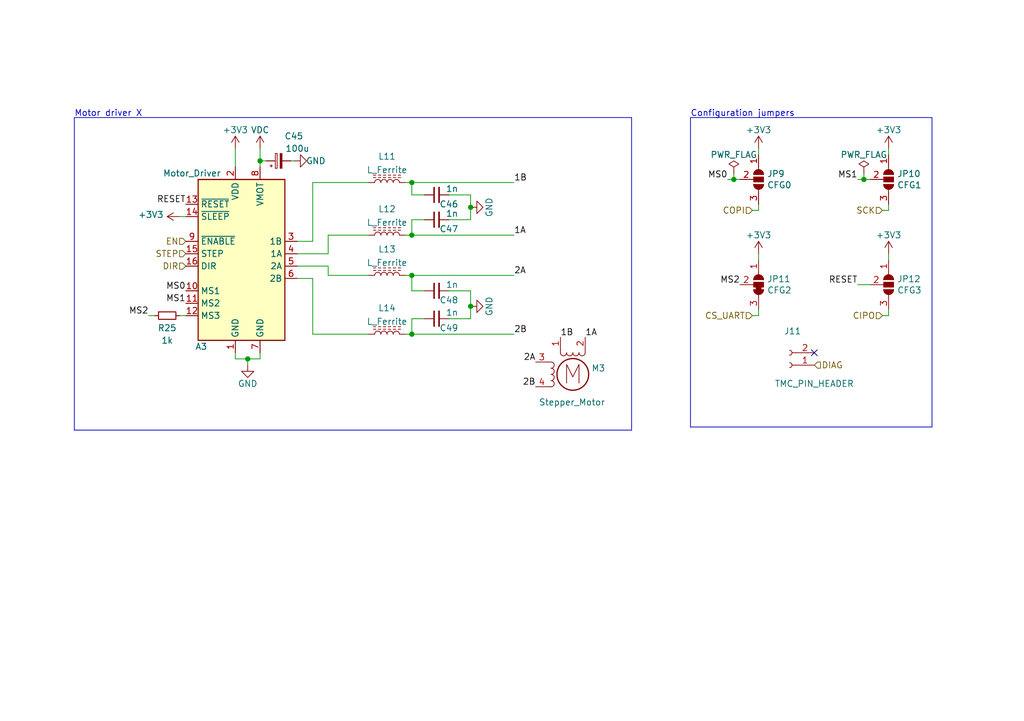
<source format=kicad_sch>
(kicad_sch
	(version 20231120)
	(generator "eeschema")
	(generator_version "8.0")
	(uuid "776fdb81-16bd-40fc-866b-5d7c4f5af091")
	(paper "A5")
	(title_block
		(title "LumenPnP Motherboard")
		(date "2023-07-30")
		(rev "005")
		(company "Opulo")
		(comment 1 "Motor Driver")
	)
	(lib_symbols
		(symbol "Connector:Conn_01x02_Female"
			(pin_names
				(offset 1.016) hide)
			(exclude_from_sim no)
			(in_bom yes)
			(on_board yes)
			(property "Reference" "J"
				(at 0 2.54 0)
				(effects
					(font
						(size 1.27 1.27)
					)
				)
			)
			(property "Value" "Conn_01x02_Female"
				(at 0 -5.08 0)
				(effects
					(font
						(size 1.27 1.27)
					)
				)
			)
			(property "Footprint" ""
				(at 0 0 0)
				(effects
					(font
						(size 1.27 1.27)
					)
					(hide yes)
				)
			)
			(property "Datasheet" "~"
				(at 0 0 0)
				(effects
					(font
						(size 1.27 1.27)
					)
					(hide yes)
				)
			)
			(property "Description" "Generic connector, single row, 01x02, script generated (kicad-library-utils/schlib/autogen/connector/)"
				(at 0 0 0)
				(effects
					(font
						(size 1.27 1.27)
					)
					(hide yes)
				)
			)
			(property "ki_keywords" "connector"
				(at 0 0 0)
				(effects
					(font
						(size 1.27 1.27)
					)
					(hide yes)
				)
			)
			(property "ki_fp_filters" "Connector*:*_1x??_*"
				(at 0 0 0)
				(effects
					(font
						(size 1.27 1.27)
					)
					(hide yes)
				)
			)
			(symbol "Conn_01x02_Female_1_1"
				(arc
					(start 0 -2.032)
					(mid -0.5058 -2.54)
					(end 0 -3.048)
					(stroke
						(width 0.1524)
						(type default)
					)
					(fill
						(type none)
					)
				)
				(polyline
					(pts
						(xy -1.27 -2.54) (xy -0.508 -2.54)
					)
					(stroke
						(width 0.1524)
						(type default)
					)
					(fill
						(type none)
					)
				)
				(polyline
					(pts
						(xy -1.27 0) (xy -0.508 0)
					)
					(stroke
						(width 0.1524)
						(type default)
					)
					(fill
						(type none)
					)
				)
				(arc
					(start 0 0.508)
					(mid -0.5058 0)
					(end 0 -0.508)
					(stroke
						(width 0.1524)
						(type default)
					)
					(fill
						(type none)
					)
				)
				(pin passive line
					(at -5.08 0 0)
					(length 3.81)
					(name "Pin_1"
						(effects
							(font
								(size 1.27 1.27)
							)
						)
					)
					(number "1"
						(effects
							(font
								(size 1.27 1.27)
							)
						)
					)
				)
				(pin passive line
					(at -5.08 -2.54 0)
					(length 3.81)
					(name "Pin_2"
						(effects
							(font
								(size 1.27 1.27)
							)
						)
					)
					(number "2"
						(effects
							(font
								(size 1.27 1.27)
							)
						)
					)
				)
			)
		)
		(symbol "Device:C_Polarized_Small"
			(pin_numbers hide)
			(pin_names
				(offset 0.254) hide)
			(exclude_from_sim no)
			(in_bom yes)
			(on_board yes)
			(property "Reference" "C"
				(at 0.254 1.778 0)
				(effects
					(font
						(size 1.27 1.27)
					)
					(justify left)
				)
			)
			(property "Value" "C_Polarized_Small"
				(at 0.254 -2.032 0)
				(effects
					(font
						(size 1.27 1.27)
					)
					(justify left)
				)
			)
			(property "Footprint" ""
				(at 0 0 0)
				(effects
					(font
						(size 1.27 1.27)
					)
					(hide yes)
				)
			)
			(property "Datasheet" "~"
				(at 0 0 0)
				(effects
					(font
						(size 1.27 1.27)
					)
					(hide yes)
				)
			)
			(property "Description" "Polarized capacitor, small symbol"
				(at 0 0 0)
				(effects
					(font
						(size 1.27 1.27)
					)
					(hide yes)
				)
			)
			(property "ki_keywords" "cap capacitor"
				(at 0 0 0)
				(effects
					(font
						(size 1.27 1.27)
					)
					(hide yes)
				)
			)
			(property "ki_fp_filters" "CP_*"
				(at 0 0 0)
				(effects
					(font
						(size 1.27 1.27)
					)
					(hide yes)
				)
			)
			(symbol "C_Polarized_Small_0_1"
				(rectangle
					(start -1.524 -0.3048)
					(end 1.524 -0.6858)
					(stroke
						(width 0)
						(type default)
					)
					(fill
						(type outline)
					)
				)
				(rectangle
					(start -1.524 0.6858)
					(end 1.524 0.3048)
					(stroke
						(width 0)
						(type default)
					)
					(fill
						(type none)
					)
				)
				(polyline
					(pts
						(xy -1.27 1.524) (xy -0.762 1.524)
					)
					(stroke
						(width 0)
						(type default)
					)
					(fill
						(type none)
					)
				)
				(polyline
					(pts
						(xy -1.016 1.27) (xy -1.016 1.778)
					)
					(stroke
						(width 0)
						(type default)
					)
					(fill
						(type none)
					)
				)
			)
			(symbol "C_Polarized_Small_1_1"
				(pin passive line
					(at 0 2.54 270)
					(length 1.8542)
					(name "~"
						(effects
							(font
								(size 1.27 1.27)
							)
						)
					)
					(number "1"
						(effects
							(font
								(size 1.27 1.27)
							)
						)
					)
				)
				(pin passive line
					(at 0 -2.54 90)
					(length 1.8542)
					(name "~"
						(effects
							(font
								(size 1.27 1.27)
							)
						)
					)
					(number "2"
						(effects
							(font
								(size 1.27 1.27)
							)
						)
					)
				)
			)
		)
		(symbol "Device:C_Small"
			(pin_numbers hide)
			(pin_names
				(offset 0.254) hide)
			(exclude_from_sim no)
			(in_bom yes)
			(on_board yes)
			(property "Reference" "C"
				(at 0.254 1.778 0)
				(effects
					(font
						(size 1.27 1.27)
					)
					(justify left)
				)
			)
			(property "Value" "C_Small"
				(at 0.254 -2.032 0)
				(effects
					(font
						(size 1.27 1.27)
					)
					(justify left)
				)
			)
			(property "Footprint" ""
				(at 0 0 0)
				(effects
					(font
						(size 1.27 1.27)
					)
					(hide yes)
				)
			)
			(property "Datasheet" "~"
				(at 0 0 0)
				(effects
					(font
						(size 1.27 1.27)
					)
					(hide yes)
				)
			)
			(property "Description" "Unpolarized capacitor, small symbol"
				(at 0 0 0)
				(effects
					(font
						(size 1.27 1.27)
					)
					(hide yes)
				)
			)
			(property "ki_keywords" "capacitor cap"
				(at 0 0 0)
				(effects
					(font
						(size 1.27 1.27)
					)
					(hide yes)
				)
			)
			(property "ki_fp_filters" "C_*"
				(at 0 0 0)
				(effects
					(font
						(size 1.27 1.27)
					)
					(hide yes)
				)
			)
			(symbol "C_Small_0_1"
				(polyline
					(pts
						(xy -1.524 -0.508) (xy 1.524 -0.508)
					)
					(stroke
						(width 0.3302)
						(type default)
					)
					(fill
						(type none)
					)
				)
				(polyline
					(pts
						(xy -1.524 0.508) (xy 1.524 0.508)
					)
					(stroke
						(width 0.3048)
						(type default)
					)
					(fill
						(type none)
					)
				)
			)
			(symbol "C_Small_1_1"
				(pin passive line
					(at 0 2.54 270)
					(length 2.032)
					(name "~"
						(effects
							(font
								(size 1.27 1.27)
							)
						)
					)
					(number "1"
						(effects
							(font
								(size 1.27 1.27)
							)
						)
					)
				)
				(pin passive line
					(at 0 -2.54 90)
					(length 2.032)
					(name "~"
						(effects
							(font
								(size 1.27 1.27)
							)
						)
					)
					(number "2"
						(effects
							(font
								(size 1.27 1.27)
							)
						)
					)
				)
			)
		)
		(symbol "Device:L_Ferrite"
			(pin_numbers hide)
			(pin_names
				(offset 1.016) hide)
			(exclude_from_sim no)
			(in_bom yes)
			(on_board yes)
			(property "Reference" "L"
				(at -1.27 0 90)
				(effects
					(font
						(size 1.27 1.27)
					)
				)
			)
			(property "Value" "L_Ferrite"
				(at 2.794 0 90)
				(effects
					(font
						(size 1.27 1.27)
					)
				)
			)
			(property "Footprint" ""
				(at 0 0 0)
				(effects
					(font
						(size 1.27 1.27)
					)
					(hide yes)
				)
			)
			(property "Datasheet" "~"
				(at 0 0 0)
				(effects
					(font
						(size 1.27 1.27)
					)
					(hide yes)
				)
			)
			(property "Description" "Inductor with ferrite core"
				(at 0 0 0)
				(effects
					(font
						(size 1.27 1.27)
					)
					(hide yes)
				)
			)
			(property "ki_keywords" "inductor choke coil reactor magnetic"
				(at 0 0 0)
				(effects
					(font
						(size 1.27 1.27)
					)
					(hide yes)
				)
			)
			(property "ki_fp_filters" "Choke_* *Coil* Inductor_* L_*"
				(at 0 0 0)
				(effects
					(font
						(size 1.27 1.27)
					)
					(hide yes)
				)
			)
			(symbol "L_Ferrite_0_1"
				(arc
					(start 0 -2.54)
					(mid 0.6323 -1.905)
					(end 0 -1.27)
					(stroke
						(width 0)
						(type default)
					)
					(fill
						(type none)
					)
				)
				(arc
					(start 0 -1.27)
					(mid 0.6323 -0.635)
					(end 0 0)
					(stroke
						(width 0)
						(type default)
					)
					(fill
						(type none)
					)
				)
				(polyline
					(pts
						(xy 1.016 -2.794) (xy 1.016 -2.286)
					)
					(stroke
						(width 0)
						(type default)
					)
					(fill
						(type none)
					)
				)
				(polyline
					(pts
						(xy 1.016 -1.778) (xy 1.016 -1.27)
					)
					(stroke
						(width 0)
						(type default)
					)
					(fill
						(type none)
					)
				)
				(polyline
					(pts
						(xy 1.016 -0.762) (xy 1.016 -0.254)
					)
					(stroke
						(width 0)
						(type default)
					)
					(fill
						(type none)
					)
				)
				(polyline
					(pts
						(xy 1.016 0.254) (xy 1.016 0.762)
					)
					(stroke
						(width 0)
						(type default)
					)
					(fill
						(type none)
					)
				)
				(polyline
					(pts
						(xy 1.016 1.27) (xy 1.016 1.778)
					)
					(stroke
						(width 0)
						(type default)
					)
					(fill
						(type none)
					)
				)
				(polyline
					(pts
						(xy 1.016 2.286) (xy 1.016 2.794)
					)
					(stroke
						(width 0)
						(type default)
					)
					(fill
						(type none)
					)
				)
				(polyline
					(pts
						(xy 1.524 -2.286) (xy 1.524 -2.794)
					)
					(stroke
						(width 0)
						(type default)
					)
					(fill
						(type none)
					)
				)
				(polyline
					(pts
						(xy 1.524 -1.27) (xy 1.524 -1.778)
					)
					(stroke
						(width 0)
						(type default)
					)
					(fill
						(type none)
					)
				)
				(polyline
					(pts
						(xy 1.524 -0.254) (xy 1.524 -0.762)
					)
					(stroke
						(width 0)
						(type default)
					)
					(fill
						(type none)
					)
				)
				(polyline
					(pts
						(xy 1.524 0.762) (xy 1.524 0.254)
					)
					(stroke
						(width 0)
						(type default)
					)
					(fill
						(type none)
					)
				)
				(polyline
					(pts
						(xy 1.524 1.778) (xy 1.524 1.27)
					)
					(stroke
						(width 0)
						(type default)
					)
					(fill
						(type none)
					)
				)
				(polyline
					(pts
						(xy 1.524 2.794) (xy 1.524 2.286)
					)
					(stroke
						(width 0)
						(type default)
					)
					(fill
						(type none)
					)
				)
				(arc
					(start 0 0)
					(mid 0.6323 0.635)
					(end 0 1.27)
					(stroke
						(width 0)
						(type default)
					)
					(fill
						(type none)
					)
				)
				(arc
					(start 0 1.27)
					(mid 0.6323 1.905)
					(end 0 2.54)
					(stroke
						(width 0)
						(type default)
					)
					(fill
						(type none)
					)
				)
			)
			(symbol "L_Ferrite_1_1"
				(pin passive line
					(at 0 3.81 270)
					(length 1.27)
					(name "1"
						(effects
							(font
								(size 1.27 1.27)
							)
						)
					)
					(number "1"
						(effects
							(font
								(size 1.27 1.27)
							)
						)
					)
				)
				(pin passive line
					(at 0 -3.81 90)
					(length 1.27)
					(name "2"
						(effects
							(font
								(size 1.27 1.27)
							)
						)
					)
					(number "2"
						(effects
							(font
								(size 1.27 1.27)
							)
						)
					)
				)
			)
		)
		(symbol "Device:R_Small"
			(pin_numbers hide)
			(pin_names
				(offset 0.254) hide)
			(exclude_from_sim no)
			(in_bom yes)
			(on_board yes)
			(property "Reference" "R"
				(at 0.762 0.508 0)
				(effects
					(font
						(size 1.27 1.27)
					)
					(justify left)
				)
			)
			(property "Value" "R_Small"
				(at 0.762 -1.016 0)
				(effects
					(font
						(size 1.27 1.27)
					)
					(justify left)
				)
			)
			(property "Footprint" ""
				(at 0 0 0)
				(effects
					(font
						(size 1.27 1.27)
					)
					(hide yes)
				)
			)
			(property "Datasheet" "~"
				(at 0 0 0)
				(effects
					(font
						(size 1.27 1.27)
					)
					(hide yes)
				)
			)
			(property "Description" "Resistor, small symbol"
				(at 0 0 0)
				(effects
					(font
						(size 1.27 1.27)
					)
					(hide yes)
				)
			)
			(property "ki_keywords" "R resistor"
				(at 0 0 0)
				(effects
					(font
						(size 1.27 1.27)
					)
					(hide yes)
				)
			)
			(property "ki_fp_filters" "R_*"
				(at 0 0 0)
				(effects
					(font
						(size 1.27 1.27)
					)
					(hide yes)
				)
			)
			(symbol "R_Small_0_1"
				(rectangle
					(start -0.762 1.778)
					(end 0.762 -1.778)
					(stroke
						(width 0.2032)
						(type default)
					)
					(fill
						(type none)
					)
				)
			)
			(symbol "R_Small_1_1"
				(pin passive line
					(at 0 2.54 270)
					(length 0.762)
					(name "~"
						(effects
							(font
								(size 1.27 1.27)
							)
						)
					)
					(number "1"
						(effects
							(font
								(size 1.27 1.27)
							)
						)
					)
				)
				(pin passive line
					(at 0 -2.54 90)
					(length 0.762)
					(name "~"
						(effects
							(font
								(size 1.27 1.27)
							)
						)
					)
					(number "2"
						(effects
							(font
								(size 1.27 1.27)
							)
						)
					)
				)
			)
		)
		(symbol "Driver_Motor:Pololu_Breakout_A4988"
			(exclude_from_sim no)
			(in_bom yes)
			(on_board yes)
			(property "Reference" "A"
				(at -2.54 19.05 0)
				(effects
					(font
						(size 1.27 1.27)
					)
					(justify right)
				)
			)
			(property "Value" "Pololu_Breakout_A4988"
				(at -2.54 16.51 0)
				(effects
					(font
						(size 1.27 1.27)
					)
					(justify right)
				)
			)
			(property "Footprint" "Module:Pololu_Breakout-16_15.2x20.3mm"
				(at 6.985 -19.05 0)
				(effects
					(font
						(size 1.27 1.27)
					)
					(justify left)
					(hide yes)
				)
			)
			(property "Datasheet" "https://www.pololu.com/product/2980/pictures"
				(at 2.54 -7.62 0)
				(effects
					(font
						(size 1.27 1.27)
					)
					(hide yes)
				)
			)
			(property "Description" "Pololu Breakout Board, Stepper Driver A4988"
				(at 0 0 0)
				(effects
					(font
						(size 1.27 1.27)
					)
					(hide yes)
				)
			)
			(property "ki_keywords" "Pololu Breakout Board Stepper Driver A4988"
				(at 0 0 0)
				(effects
					(font
						(size 1.27 1.27)
					)
					(hide yes)
				)
			)
			(property "ki_fp_filters" "Pololu*Breakout*15.2x20.3mm*"
				(at 0 0 0)
				(effects
					(font
						(size 1.27 1.27)
					)
					(hide yes)
				)
			)
			(symbol "Pololu_Breakout_A4988_0_1"
				(rectangle
					(start 10.16 -17.78)
					(end -7.62 15.24)
					(stroke
						(width 0.254)
						(type default)
					)
					(fill
						(type background)
					)
				)
			)
			(symbol "Pololu_Breakout_A4988_1_1"
				(pin power_in line
					(at 0 -20.32 90)
					(length 2.54)
					(name "GND"
						(effects
							(font
								(size 1.27 1.27)
							)
						)
					)
					(number "1"
						(effects
							(font
								(size 1.27 1.27)
							)
						)
					)
				)
				(pin input line
					(at -10.16 -7.62 0)
					(length 2.54)
					(name "MS1"
						(effects
							(font
								(size 1.27 1.27)
							)
						)
					)
					(number "10"
						(effects
							(font
								(size 1.27 1.27)
							)
						)
					)
				)
				(pin input line
					(at -10.16 -10.16 0)
					(length 2.54)
					(name "MS2"
						(effects
							(font
								(size 1.27 1.27)
							)
						)
					)
					(number "11"
						(effects
							(font
								(size 1.27 1.27)
							)
						)
					)
				)
				(pin input line
					(at -10.16 -12.7 0)
					(length 2.54)
					(name "MS3"
						(effects
							(font
								(size 1.27 1.27)
							)
						)
					)
					(number "12"
						(effects
							(font
								(size 1.27 1.27)
							)
						)
					)
				)
				(pin input line
					(at -10.16 10.16 0)
					(length 2.54)
					(name "~{RESET}"
						(effects
							(font
								(size 1.27 1.27)
							)
						)
					)
					(number "13"
						(effects
							(font
								(size 1.27 1.27)
							)
						)
					)
				)
				(pin input line
					(at -10.16 7.62 0)
					(length 2.54)
					(name "~{SLEEP}"
						(effects
							(font
								(size 1.27 1.27)
							)
						)
					)
					(number "14"
						(effects
							(font
								(size 1.27 1.27)
							)
						)
					)
				)
				(pin input line
					(at -10.16 0 0)
					(length 2.54)
					(name "STEP"
						(effects
							(font
								(size 1.27 1.27)
							)
						)
					)
					(number "15"
						(effects
							(font
								(size 1.27 1.27)
							)
						)
					)
				)
				(pin input line
					(at -10.16 -2.54 0)
					(length 2.54)
					(name "DIR"
						(effects
							(font
								(size 1.27 1.27)
							)
						)
					)
					(number "16"
						(effects
							(font
								(size 1.27 1.27)
							)
						)
					)
				)
				(pin power_in line
					(at 0 17.78 270)
					(length 2.54)
					(name "VDD"
						(effects
							(font
								(size 1.27 1.27)
							)
						)
					)
					(number "2"
						(effects
							(font
								(size 1.27 1.27)
							)
						)
					)
				)
				(pin output line
					(at 12.7 2.54 180)
					(length 2.54)
					(name "1B"
						(effects
							(font
								(size 1.27 1.27)
							)
						)
					)
					(number "3"
						(effects
							(font
								(size 1.27 1.27)
							)
						)
					)
				)
				(pin output line
					(at 12.7 0 180)
					(length 2.54)
					(name "1A"
						(effects
							(font
								(size 1.27 1.27)
							)
						)
					)
					(number "4"
						(effects
							(font
								(size 1.27 1.27)
							)
						)
					)
				)
				(pin output line
					(at 12.7 -2.54 180)
					(length 2.54)
					(name "2A"
						(effects
							(font
								(size 1.27 1.27)
							)
						)
					)
					(number "5"
						(effects
							(font
								(size 1.27 1.27)
							)
						)
					)
				)
				(pin output line
					(at 12.7 -5.08 180)
					(length 2.54)
					(name "2B"
						(effects
							(font
								(size 1.27 1.27)
							)
						)
					)
					(number "6"
						(effects
							(font
								(size 1.27 1.27)
							)
						)
					)
				)
				(pin power_in line
					(at 5.08 -20.32 90)
					(length 2.54)
					(name "GND"
						(effects
							(font
								(size 1.27 1.27)
							)
						)
					)
					(number "7"
						(effects
							(font
								(size 1.27 1.27)
							)
						)
					)
				)
				(pin power_in line
					(at 5.08 17.78 270)
					(length 2.54)
					(name "VMOT"
						(effects
							(font
								(size 1.27 1.27)
							)
						)
					)
					(number "8"
						(effects
							(font
								(size 1.27 1.27)
							)
						)
					)
				)
				(pin input line
					(at -10.16 2.54 0)
					(length 2.54)
					(name "~{ENABLE}"
						(effects
							(font
								(size 1.27 1.27)
							)
						)
					)
					(number "9"
						(effects
							(font
								(size 1.27 1.27)
							)
						)
					)
				)
			)
		)
		(symbol "Jumper:SolderJumper_3_Open"
			(pin_names
				(offset 0) hide)
			(exclude_from_sim no)
			(in_bom yes)
			(on_board yes)
			(property "Reference" "JP"
				(at -2.54 -2.54 0)
				(effects
					(font
						(size 1.27 1.27)
					)
				)
			)
			(property "Value" "SolderJumper_3_Open"
				(at 0 2.794 0)
				(effects
					(font
						(size 1.27 1.27)
					)
				)
			)
			(property "Footprint" ""
				(at 0 0 0)
				(effects
					(font
						(size 1.27 1.27)
					)
					(hide yes)
				)
			)
			(property "Datasheet" "~"
				(at 0 0 0)
				(effects
					(font
						(size 1.27 1.27)
					)
					(hide yes)
				)
			)
			(property "Description" "Solder Jumper, 3-pole, open"
				(at 0 0 0)
				(effects
					(font
						(size 1.27 1.27)
					)
					(hide yes)
				)
			)
			(property "ki_keywords" "Solder Jumper SPDT"
				(at 0 0 0)
				(effects
					(font
						(size 1.27 1.27)
					)
					(hide yes)
				)
			)
			(property "ki_fp_filters" "SolderJumper*Open*"
				(at 0 0 0)
				(effects
					(font
						(size 1.27 1.27)
					)
					(hide yes)
				)
			)
			(symbol "SolderJumper_3_Open_0_1"
				(arc
					(start -1.016 1.016)
					(mid -2.0276 0)
					(end -1.016 -1.016)
					(stroke
						(width 0)
						(type default)
					)
					(fill
						(type none)
					)
				)
				(arc
					(start -1.016 1.016)
					(mid -2.0276 0)
					(end -1.016 -1.016)
					(stroke
						(width 0)
						(type default)
					)
					(fill
						(type outline)
					)
				)
				(rectangle
					(start -0.508 1.016)
					(end 0.508 -1.016)
					(stroke
						(width 0)
						(type default)
					)
					(fill
						(type outline)
					)
				)
				(polyline
					(pts
						(xy -2.54 0) (xy -2.032 0)
					)
					(stroke
						(width 0)
						(type default)
					)
					(fill
						(type none)
					)
				)
				(polyline
					(pts
						(xy -1.016 1.016) (xy -1.016 -1.016)
					)
					(stroke
						(width 0)
						(type default)
					)
					(fill
						(type none)
					)
				)
				(polyline
					(pts
						(xy 0 -1.27) (xy 0 -1.016)
					)
					(stroke
						(width 0)
						(type default)
					)
					(fill
						(type none)
					)
				)
				(polyline
					(pts
						(xy 1.016 1.016) (xy 1.016 -1.016)
					)
					(stroke
						(width 0)
						(type default)
					)
					(fill
						(type none)
					)
				)
				(polyline
					(pts
						(xy 2.54 0) (xy 2.032 0)
					)
					(stroke
						(width 0)
						(type default)
					)
					(fill
						(type none)
					)
				)
				(arc
					(start 1.016 -1.016)
					(mid 2.0276 0)
					(end 1.016 1.016)
					(stroke
						(width 0)
						(type default)
					)
					(fill
						(type none)
					)
				)
				(arc
					(start 1.016 -1.016)
					(mid 2.0276 0)
					(end 1.016 1.016)
					(stroke
						(width 0)
						(type default)
					)
					(fill
						(type outline)
					)
				)
			)
			(symbol "SolderJumper_3_Open_1_1"
				(pin passive line
					(at -5.08 0 0)
					(length 2.54)
					(name "A"
						(effects
							(font
								(size 1.27 1.27)
							)
						)
					)
					(number "1"
						(effects
							(font
								(size 1.27 1.27)
							)
						)
					)
				)
				(pin passive line
					(at 0 -3.81 90)
					(length 2.54)
					(name "C"
						(effects
							(font
								(size 1.27 1.27)
							)
						)
					)
					(number "2"
						(effects
							(font
								(size 1.27 1.27)
							)
						)
					)
				)
				(pin passive line
					(at 5.08 0 180)
					(length 2.54)
					(name "B"
						(effects
							(font
								(size 1.27 1.27)
							)
						)
					)
					(number "3"
						(effects
							(font
								(size 1.27 1.27)
							)
						)
					)
				)
			)
		)
		(symbol "Motor:Stepper_Motor_bipolar"
			(pin_names
				(offset 0) hide)
			(exclude_from_sim no)
			(in_bom yes)
			(on_board yes)
			(property "Reference" "M"
				(at 3.81 2.54 0)
				(effects
					(font
						(size 1.27 1.27)
					)
					(justify left)
				)
			)
			(property "Value" "Stepper_Motor_bipolar"
				(at 3.81 1.27 0)
				(effects
					(font
						(size 1.27 1.27)
					)
					(justify left top)
				)
			)
			(property "Footprint" ""
				(at 0.254 -0.254 0)
				(effects
					(font
						(size 1.27 1.27)
					)
					(hide yes)
				)
			)
			(property "Datasheet" "http://www.infineon.com/dgdl/Application-Note-TLE8110EE_driving_UniPolarStepperMotor_V1.1.pdf?fileId=db3a30431be39b97011be5d0aa0a00b0"
				(at 0.254 -0.254 0)
				(effects
					(font
						(size 1.27 1.27)
					)
					(hide yes)
				)
			)
			(property "Description" "4-wire bipolar stepper motor"
				(at 0 0 0)
				(effects
					(font
						(size 1.27 1.27)
					)
					(hide yes)
				)
			)
			(property "ki_keywords" "bipolar stepper motor"
				(at 0 0 0)
				(effects
					(font
						(size 1.27 1.27)
					)
					(hide yes)
				)
			)
			(property "ki_fp_filters" "PinHeader*P2.54mm*Vertical* TerminalBlock* Motor*"
				(at 0 0 0)
				(effects
					(font
						(size 1.27 1.27)
					)
					(hide yes)
				)
			)
			(symbol "Stepper_Motor_bipolar_0_0"
				(polyline
					(pts
						(xy -1.27 -1.778) (xy -1.27 2.032) (xy 0 -0.508) (xy 1.27 2.032) (xy 1.27 -1.778)
					)
					(stroke
						(width 0)
						(type default)
					)
					(fill
						(type none)
					)
				)
			)
			(symbol "Stepper_Motor_bipolar_0_1"
				(arc
					(start -4.445 -2.54)
					(mid -3.8127 -1.905)
					(end -4.445 -1.27)
					(stroke
						(width 0)
						(type default)
					)
					(fill
						(type none)
					)
				)
				(arc
					(start -4.445 -1.27)
					(mid -3.8127 -0.635)
					(end -4.445 0)
					(stroke
						(width 0)
						(type default)
					)
					(fill
						(type none)
					)
				)
				(arc
					(start -4.445 0)
					(mid -3.8127 0.635)
					(end -4.445 1.27)
					(stroke
						(width 0)
						(type default)
					)
					(fill
						(type none)
					)
				)
				(arc
					(start -4.445 1.27)
					(mid -3.8127 1.905)
					(end -4.445 2.54)
					(stroke
						(width 0)
						(type default)
					)
					(fill
						(type none)
					)
				)
				(arc
					(start -2.54 4.445)
					(mid -1.905 3.8127)
					(end -1.27 4.445)
					(stroke
						(width 0)
						(type default)
					)
					(fill
						(type none)
					)
				)
				(arc
					(start -1.27 4.445)
					(mid -0.635 3.8127)
					(end 0 4.445)
					(stroke
						(width 0)
						(type default)
					)
					(fill
						(type none)
					)
				)
				(polyline
					(pts
						(xy -5.08 -2.54) (xy -4.445 -2.54)
					)
					(stroke
						(width 0)
						(type default)
					)
					(fill
						(type none)
					)
				)
				(polyline
					(pts
						(xy -5.08 2.54) (xy -4.445 2.54)
					)
					(stroke
						(width 0)
						(type default)
					)
					(fill
						(type none)
					)
				)
				(polyline
					(pts
						(xy -2.54 5.08) (xy -2.54 4.445)
					)
					(stroke
						(width 0)
						(type default)
					)
					(fill
						(type none)
					)
				)
				(polyline
					(pts
						(xy 2.54 5.08) (xy 2.54 4.445)
					)
					(stroke
						(width 0)
						(type default)
					)
					(fill
						(type none)
					)
				)
				(circle
					(center 0 0)
					(radius 3.2512)
					(stroke
						(width 0.254)
						(type default)
					)
					(fill
						(type none)
					)
				)
				(arc
					(start 0 4.445)
					(mid 0.635 3.8127)
					(end 1.27 4.445)
					(stroke
						(width 0)
						(type default)
					)
					(fill
						(type none)
					)
				)
				(arc
					(start 1.27 4.445)
					(mid 1.905 3.8127)
					(end 2.54 4.445)
					(stroke
						(width 0)
						(type default)
					)
					(fill
						(type none)
					)
				)
			)
			(symbol "Stepper_Motor_bipolar_1_1"
				(pin passive line
					(at -2.54 7.62 270)
					(length 2.54)
					(name "~"
						(effects
							(font
								(size 1.27 1.27)
							)
						)
					)
					(number "1"
						(effects
							(font
								(size 1.27 1.27)
							)
						)
					)
				)
				(pin passive line
					(at 2.54 7.62 270)
					(length 2.54)
					(name "-"
						(effects
							(font
								(size 1.27 1.27)
							)
						)
					)
					(number "2"
						(effects
							(font
								(size 1.27 1.27)
							)
						)
					)
				)
				(pin passive line
					(at -7.62 2.54 0)
					(length 2.54)
					(name "~"
						(effects
							(font
								(size 1.27 1.27)
							)
						)
					)
					(number "3"
						(effects
							(font
								(size 1.27 1.27)
							)
						)
					)
				)
				(pin passive line
					(at -7.62 -2.54 0)
					(length 2.54)
					(name "~"
						(effects
							(font
								(size 1.27 1.27)
							)
						)
					)
					(number "4"
						(effects
							(font
								(size 1.27 1.27)
							)
						)
					)
				)
			)
		)
		(symbol "index:SolderJumper_3_Bridged23"
			(pin_names
				(offset 0) hide)
			(exclude_from_sim no)
			(in_bom yes)
			(on_board yes)
			(property "Reference" "JP"
				(at -2.54 -2.54 0)
				(effects
					(font
						(size 1.27 1.27)
					)
				)
			)
			(property "Value" "SolderJumper_3_Bridged23"
				(at 0 2.794 0)
				(effects
					(font
						(size 1.27 1.27)
					)
				)
			)
			(property "Footprint" ""
				(at 0 0 0)
				(effects
					(font
						(size 1.27 1.27)
					)
					(hide yes)
				)
			)
			(property "Datasheet" "~"
				(at 0 0 0)
				(effects
					(font
						(size 1.27 1.27)
					)
					(hide yes)
				)
			)
			(property "Description" "3-pole Solder Jumper, pins 1+2 closed/bridged"
				(at 0 0 0)
				(effects
					(font
						(size 1.27 1.27)
					)
					(hide yes)
				)
			)
			(property "ki_keywords" "Solder Jumper SPDT"
				(at 0 0 0)
				(effects
					(font
						(size 1.27 1.27)
					)
					(hide yes)
				)
			)
			(property "ki_fp_filters" "SolderJumper*Bridged12*"
				(at 0 0 0)
				(effects
					(font
						(size 1.27 1.27)
					)
					(hide yes)
				)
			)
			(symbol "SolderJumper_3_Bridged23_0_1"
				(rectangle
					(start -1.016 0.508)
					(end -0.508 -0.508)
					(stroke
						(width 0)
						(type default)
					)
					(fill
						(type outline)
					)
				)
				(arc
					(start -1.016 1.016)
					(mid -2.0276 0)
					(end -1.016 -1.016)
					(stroke
						(width 0)
						(type default)
					)
					(fill
						(type none)
					)
				)
				(arc
					(start -1.016 1.016)
					(mid -2.0276 0)
					(end -1.016 -1.016)
					(stroke
						(width 0)
						(type default)
					)
					(fill
						(type outline)
					)
				)
				(rectangle
					(start -0.508 1.016)
					(end 0.508 -1.016)
					(stroke
						(width 0)
						(type default)
					)
					(fill
						(type outline)
					)
				)
				(polyline
					(pts
						(xy -2.54 0) (xy -2.032 0)
					)
					(stroke
						(width 0)
						(type default)
					)
					(fill
						(type none)
					)
				)
				(polyline
					(pts
						(xy -1.016 1.016) (xy -1.016 -1.016)
					)
					(stroke
						(width 0)
						(type default)
					)
					(fill
						(type none)
					)
				)
				(polyline
					(pts
						(xy 0 -1.27) (xy 0 -1.016)
					)
					(stroke
						(width 0)
						(type default)
					)
					(fill
						(type none)
					)
				)
				(polyline
					(pts
						(xy 1.016 1.016) (xy 1.016 -1.016)
					)
					(stroke
						(width 0)
						(type default)
					)
					(fill
						(type none)
					)
				)
				(polyline
					(pts
						(xy 2.54 0) (xy 2.032 0)
					)
					(stroke
						(width 0)
						(type default)
					)
					(fill
						(type none)
					)
				)
				(arc
					(start 1.016 -1.016)
					(mid 2.0276 0)
					(end 1.016 1.016)
					(stroke
						(width 0)
						(type default)
					)
					(fill
						(type none)
					)
				)
				(arc
					(start 1.016 -1.016)
					(mid 2.0276 0)
					(end 1.016 1.016)
					(stroke
						(width 0)
						(type default)
					)
					(fill
						(type outline)
					)
				)
			)
			(symbol "SolderJumper_3_Bridged23_1_1"
				(pin passive line
					(at 5.08 0 180)
					(length 2.54)
					(name "B"
						(effects
							(font
								(size 1.27 1.27)
							)
						)
					)
					(number "1"
						(effects
							(font
								(size 1.27 1.27)
							)
						)
					)
				)
				(pin input line
					(at 0 -3.81 90)
					(length 2.54)
					(name "C"
						(effects
							(font
								(size 1.27 1.27)
							)
						)
					)
					(number "2"
						(effects
							(font
								(size 1.27 1.27)
							)
						)
					)
				)
				(pin passive line
					(at -5.08 0 0)
					(length 2.54)
					(name "A"
						(effects
							(font
								(size 1.27 1.27)
							)
						)
					)
					(number "3"
						(effects
							(font
								(size 1.27 1.27)
							)
						)
					)
				)
			)
		)
		(symbol "power:+3.3V"
			(power)
			(pin_names
				(offset 0)
			)
			(exclude_from_sim no)
			(in_bom yes)
			(on_board yes)
			(property "Reference" "#PWR"
				(at 0 -3.81 0)
				(effects
					(font
						(size 1.27 1.27)
					)
					(hide yes)
				)
			)
			(property "Value" "+3.3V"
				(at 0 3.556 0)
				(effects
					(font
						(size 1.27 1.27)
					)
				)
			)
			(property "Footprint" ""
				(at 0 0 0)
				(effects
					(font
						(size 1.27 1.27)
					)
					(hide yes)
				)
			)
			(property "Datasheet" ""
				(at 0 0 0)
				(effects
					(font
						(size 1.27 1.27)
					)
					(hide yes)
				)
			)
			(property "Description" "Power symbol creates a global label with name \"+3.3V\""
				(at 0 0 0)
				(effects
					(font
						(size 1.27 1.27)
					)
					(hide yes)
				)
			)
			(property "ki_keywords" "power-flag"
				(at 0 0 0)
				(effects
					(font
						(size 1.27 1.27)
					)
					(hide yes)
				)
			)
			(symbol "+3.3V_0_1"
				(polyline
					(pts
						(xy -0.762 1.27) (xy 0 2.54)
					)
					(stroke
						(width 0)
						(type default)
					)
					(fill
						(type none)
					)
				)
				(polyline
					(pts
						(xy 0 0) (xy 0 2.54)
					)
					(stroke
						(width 0)
						(type default)
					)
					(fill
						(type none)
					)
				)
				(polyline
					(pts
						(xy 0 2.54) (xy 0.762 1.27)
					)
					(stroke
						(width 0)
						(type default)
					)
					(fill
						(type none)
					)
				)
			)
			(symbol "+3.3V_1_1"
				(pin power_in line
					(at 0 0 90)
					(length 0) hide
					(name "+3V3"
						(effects
							(font
								(size 1.27 1.27)
							)
						)
					)
					(number "1"
						(effects
							(font
								(size 1.27 1.27)
							)
						)
					)
				)
			)
		)
		(symbol "power:+3V3"
			(power)
			(pin_names
				(offset 0)
			)
			(exclude_from_sim no)
			(in_bom yes)
			(on_board yes)
			(property "Reference" "#PWR"
				(at 0 -3.81 0)
				(effects
					(font
						(size 1.27 1.27)
					)
					(hide yes)
				)
			)
			(property "Value" "+3V3"
				(at 0 3.556 0)
				(effects
					(font
						(size 1.27 1.27)
					)
				)
			)
			(property "Footprint" ""
				(at 0 0 0)
				(effects
					(font
						(size 1.27 1.27)
					)
					(hide yes)
				)
			)
			(property "Datasheet" ""
				(at 0 0 0)
				(effects
					(font
						(size 1.27 1.27)
					)
					(hide yes)
				)
			)
			(property "Description" "Power symbol creates a global label with name \"+3V3\""
				(at 0 0 0)
				(effects
					(font
						(size 1.27 1.27)
					)
					(hide yes)
				)
			)
			(property "ki_keywords" "power-flag"
				(at 0 0 0)
				(effects
					(font
						(size 1.27 1.27)
					)
					(hide yes)
				)
			)
			(symbol "+3V3_0_1"
				(polyline
					(pts
						(xy -0.762 1.27) (xy 0 2.54)
					)
					(stroke
						(width 0)
						(type default)
					)
					(fill
						(type none)
					)
				)
				(polyline
					(pts
						(xy 0 0) (xy 0 2.54)
					)
					(stroke
						(width 0)
						(type default)
					)
					(fill
						(type none)
					)
				)
				(polyline
					(pts
						(xy 0 2.54) (xy 0.762 1.27)
					)
					(stroke
						(width 0)
						(type default)
					)
					(fill
						(type none)
					)
				)
			)
			(symbol "+3V3_1_1"
				(pin power_in line
					(at 0 0 90)
					(length 0) hide
					(name "+3V3"
						(effects
							(font
								(size 1.27 1.27)
							)
						)
					)
					(number "1"
						(effects
							(font
								(size 1.27 1.27)
							)
						)
					)
				)
			)
		)
		(symbol "power:GND"
			(power)
			(pin_names
				(offset 0)
			)
			(exclude_from_sim no)
			(in_bom yes)
			(on_board yes)
			(property "Reference" "#PWR"
				(at 0 -6.35 0)
				(effects
					(font
						(size 1.27 1.27)
					)
					(hide yes)
				)
			)
			(property "Value" "GND"
				(at 0 -3.81 0)
				(effects
					(font
						(size 1.27 1.27)
					)
				)
			)
			(property "Footprint" ""
				(at 0 0 0)
				(effects
					(font
						(size 1.27 1.27)
					)
					(hide yes)
				)
			)
			(property "Datasheet" ""
				(at 0 0 0)
				(effects
					(font
						(size 1.27 1.27)
					)
					(hide yes)
				)
			)
			(property "Description" "Power symbol creates a global label with name \"GND\" , ground"
				(at 0 0 0)
				(effects
					(font
						(size 1.27 1.27)
					)
					(hide yes)
				)
			)
			(property "ki_keywords" "power-flag"
				(at 0 0 0)
				(effects
					(font
						(size 1.27 1.27)
					)
					(hide yes)
				)
			)
			(symbol "GND_0_1"
				(polyline
					(pts
						(xy 0 0) (xy 0 -1.27) (xy 1.27 -1.27) (xy 0 -2.54) (xy -1.27 -1.27) (xy 0 -1.27)
					)
					(stroke
						(width 0)
						(type default)
					)
					(fill
						(type none)
					)
				)
			)
			(symbol "GND_1_1"
				(pin power_in line
					(at 0 0 270)
					(length 0) hide
					(name "GND"
						(effects
							(font
								(size 1.27 1.27)
							)
						)
					)
					(number "1"
						(effects
							(font
								(size 1.27 1.27)
							)
						)
					)
				)
			)
		)
		(symbol "power:PWR_FLAG"
			(power)
			(pin_numbers hide)
			(pin_names
				(offset 0) hide)
			(exclude_from_sim no)
			(in_bom yes)
			(on_board yes)
			(property "Reference" "#FLG"
				(at 0 1.905 0)
				(effects
					(font
						(size 1.27 1.27)
					)
					(hide yes)
				)
			)
			(property "Value" "PWR_FLAG"
				(at 0 3.81 0)
				(effects
					(font
						(size 1.27 1.27)
					)
				)
			)
			(property "Footprint" ""
				(at 0 0 0)
				(effects
					(font
						(size 1.27 1.27)
					)
					(hide yes)
				)
			)
			(property "Datasheet" "~"
				(at 0 0 0)
				(effects
					(font
						(size 1.27 1.27)
					)
					(hide yes)
				)
			)
			(property "Description" "Special symbol for telling ERC where power comes from"
				(at 0 0 0)
				(effects
					(font
						(size 1.27 1.27)
					)
					(hide yes)
				)
			)
			(property "ki_keywords" "power-flag"
				(at 0 0 0)
				(effects
					(font
						(size 1.27 1.27)
					)
					(hide yes)
				)
			)
			(symbol "PWR_FLAG_0_0"
				(pin power_out line
					(at 0 0 90)
					(length 0)
					(name "pwr"
						(effects
							(font
								(size 1.27 1.27)
							)
						)
					)
					(number "1"
						(effects
							(font
								(size 1.27 1.27)
							)
						)
					)
				)
			)
			(symbol "PWR_FLAG_0_1"
				(polyline
					(pts
						(xy 0 0) (xy 0 1.27) (xy -1.016 1.905) (xy 0 2.54) (xy 1.016 1.905) (xy 0 1.27)
					)
					(stroke
						(width 0)
						(type default)
					)
					(fill
						(type none)
					)
				)
			)
		)
		(symbol "power:VDC"
			(power)
			(pin_names
				(offset 0)
			)
			(exclude_from_sim no)
			(in_bom yes)
			(on_board yes)
			(property "Reference" "#PWR"
				(at 0 -2.54 0)
				(effects
					(font
						(size 1.27 1.27)
					)
					(hide yes)
				)
			)
			(property "Value" "VDC"
				(at 0 6.35 0)
				(effects
					(font
						(size 1.27 1.27)
					)
				)
			)
			(property "Footprint" ""
				(at 0 0 0)
				(effects
					(font
						(size 1.27 1.27)
					)
					(hide yes)
				)
			)
			(property "Datasheet" ""
				(at 0 0 0)
				(effects
					(font
						(size 1.27 1.27)
					)
					(hide yes)
				)
			)
			(property "Description" "Power symbol creates a global label with name \"VDC\""
				(at 0 0 0)
				(effects
					(font
						(size 1.27 1.27)
					)
					(hide yes)
				)
			)
			(property "ki_keywords" "power-flag"
				(at 0 0 0)
				(effects
					(font
						(size 1.27 1.27)
					)
					(hide yes)
				)
			)
			(symbol "VDC_0_1"
				(polyline
					(pts
						(xy -0.762 1.27) (xy 0 2.54)
					)
					(stroke
						(width 0)
						(type default)
					)
					(fill
						(type none)
					)
				)
				(polyline
					(pts
						(xy 0 0) (xy 0 2.54)
					)
					(stroke
						(width 0)
						(type default)
					)
					(fill
						(type none)
					)
				)
				(polyline
					(pts
						(xy 0 2.54) (xy 0.762 1.27)
					)
					(stroke
						(width 0)
						(type default)
					)
					(fill
						(type none)
					)
				)
			)
			(symbol "VDC_1_1"
				(pin power_in line
					(at 0 0 90)
					(length 0) hide
					(name "VDC"
						(effects
							(font
								(size 1.27 1.27)
							)
						)
					)
					(number "1"
						(effects
							(font
								(size 1.27 1.27)
							)
						)
					)
				)
			)
		)
	)
	(junction
		(at 84.455 37.465)
		(diameter 0)
		(color 0 0 0 0)
		(uuid "1529305f-8389-4411-9153-2eb0741725a4")
	)
	(junction
		(at 50.8 73.66)
		(diameter 0)
		(color 0 0 0 0)
		(uuid "1b237c36-d0f5-4243-a838-5656120e51df")
	)
	(junction
		(at 84.455 48.26)
		(diameter 0)
		(color 0 0 0 0)
		(uuid "37ee064f-55b8-468b-ba67-765047c6e8be")
	)
	(junction
		(at 177.165 36.83)
		(diameter 0)
		(color 0 0 0 0)
		(uuid "79d3775e-a32a-4897-a58c-db11d29a435b")
	)
	(junction
		(at 150.495 36.83)
		(diameter 0)
		(color 0 0 0 0)
		(uuid "89b9b140-51f8-48ae-a590-78ebc9e24070")
	)
	(junction
		(at 84.455 68.58)
		(diameter 0)
		(color 0 0 0 0)
		(uuid "b4542a37-6cfb-4b58-bf92-bd7ee386acd4")
	)
	(junction
		(at 96.52 62.865)
		(diameter 0)
		(color 0 0 0 0)
		(uuid "caff572c-8805-4a47-9b80-67f2bb6327d8")
	)
	(junction
		(at 84.455 56.515)
		(diameter 0)
		(color 0 0 0 0)
		(uuid "cbc5854f-3355-479a-8497-30281032e8f1")
	)
	(junction
		(at 53.34 33.02)
		(diameter 0)
		(color 0 0 0 0)
		(uuid "ea34eb99-bcde-4a15-8816-d4ab13683b0c")
	)
	(junction
		(at 96.52 42.545)
		(diameter 0)
		(color 0 0 0 0)
		(uuid "efa940af-6389-4276-a366-77c9100e2fe7")
	)
	(no_connect
		(at 167.005 72.39)
		(uuid "3ce4fa45-284c-43c7-b365-747c9c85b139")
	)
	(wire
		(pts
			(xy 64.135 37.465) (xy 75.565 37.465)
		)
		(stroke
			(width 0)
			(type default)
		)
		(uuid "0091f835-575e-4e23-8d9f-526d4c330d99")
	)
	(wire
		(pts
			(xy 84.455 56.515) (xy 84.455 59.69)
		)
		(stroke
			(width 0)
			(type default)
		)
		(uuid "036e1985-60d4-467f-ae9e-0ea9b881ae5b")
	)
	(wire
		(pts
			(xy 92.075 45.085) (xy 96.52 45.085)
		)
		(stroke
			(width 0)
			(type default)
		)
		(uuid "0f3f1791-7d70-4caf-baea-ef19e99060ec")
	)
	(wire
		(pts
			(xy 53.34 30.48) (xy 53.34 33.02)
		)
		(stroke
			(width 0)
			(type default)
		)
		(uuid "121fdf95-b456-43d1-ad96-9dc100d8c851")
	)
	(wire
		(pts
			(xy 84.455 37.465) (xy 105.41 37.465)
		)
		(stroke
			(width 0)
			(type default)
		)
		(uuid "1366c709-6c57-4a87-bced-4dd599808245")
	)
	(wire
		(pts
			(xy 60.96 54.61) (xy 67.31 54.61)
		)
		(stroke
			(width 0)
			(type default)
		)
		(uuid "16df43b5-c4c4-4cbe-a47c-0fefa4da8668")
	)
	(polyline
		(pts
			(xy 141.605 24.13) (xy 191.135 24.13)
		)
		(stroke
			(width 0)
			(type default)
		)
		(uuid "23fa0ae3-65bf-4567-add1-9be18bf95a3d")
	)
	(wire
		(pts
			(xy 84.455 65.405) (xy 86.995 65.405)
		)
		(stroke
			(width 0)
			(type default)
		)
		(uuid "2ed3bcd1-257b-4b04-88ef-1127b3c7b7ac")
	)
	(wire
		(pts
			(xy 150.495 35.56) (xy 150.495 36.83)
		)
		(stroke
			(width 0)
			(type default)
		)
		(uuid "31755e15-c864-4c07-abeb-40f22d585eb2")
	)
	(wire
		(pts
			(xy 67.31 54.61) (xy 67.31 56.515)
		)
		(stroke
			(width 0)
			(type default)
		)
		(uuid "35053068-ce7c-47ea-b46c-2203885563c4")
	)
	(polyline
		(pts
			(xy 191.135 87.63) (xy 141.605 87.63)
		)
		(stroke
			(width 0)
			(type default)
		)
		(uuid "355f9b7b-0a52-4aad-afd7-df717eb1f708")
	)
	(wire
		(pts
			(xy 154.305 43.18) (xy 155.575 43.18)
		)
		(stroke
			(width 0)
			(type default)
		)
		(uuid "38c0f637-3874-454a-a76b-008c720ed1b9")
	)
	(polyline
		(pts
			(xy 129.54 24.13) (xy 129.54 88.265)
		)
		(stroke
			(width 0)
			(type default)
		)
		(uuid "393adc7a-a72a-431f-b72d-c130bb5a1844")
	)
	(wire
		(pts
			(xy 53.34 73.66) (xy 50.8 73.66)
		)
		(stroke
			(width 0)
			(type default)
		)
		(uuid "3d538737-db82-460c-9b7b-f0857576794f")
	)
	(wire
		(pts
			(xy 155.575 64.77) (xy 155.575 63.5)
		)
		(stroke
			(width 0)
			(type default)
		)
		(uuid "40904b10-b602-4b30-a625-c6c0cfa9282e")
	)
	(wire
		(pts
			(xy 48.26 73.66) (xy 50.8 73.66)
		)
		(stroke
			(width 0)
			(type default)
		)
		(uuid "4179e57c-eadf-43ef-8183-6a8d3222c3f2")
	)
	(wire
		(pts
			(xy 30.48 64.77) (xy 31.75 64.77)
		)
		(stroke
			(width 0)
			(type default)
		)
		(uuid "42f42888-0b3c-4e57-ac82-bb7d038f6362")
	)
	(wire
		(pts
			(xy 64.135 57.15) (xy 64.135 68.58)
		)
		(stroke
			(width 0)
			(type default)
		)
		(uuid "43f5eddf-5d6b-43c6-bb6e-70a2293e44c0")
	)
	(wire
		(pts
			(xy 64.135 37.465) (xy 64.135 49.53)
		)
		(stroke
			(width 0)
			(type default)
		)
		(uuid "44451179-baeb-4e9a-be01-f3ad245f5bb7")
	)
	(wire
		(pts
			(xy 84.455 48.26) (xy 84.455 45.085)
		)
		(stroke
			(width 0)
			(type default)
		)
		(uuid "44954b35-c7f4-4428-8f8d-f805beb8a7ab")
	)
	(wire
		(pts
			(xy 149.225 36.83) (xy 150.495 36.83)
		)
		(stroke
			(width 0)
			(type default)
		)
		(uuid "464ae307-28ca-4ac5-838e-19b61789c812")
	)
	(wire
		(pts
			(xy 92.075 59.69) (xy 96.52 59.69)
		)
		(stroke
			(width 0)
			(type default)
		)
		(uuid "4705d5dc-ad78-4616-9e4f-b66e719b28fd")
	)
	(wire
		(pts
			(xy 96.52 62.865) (xy 96.52 65.405)
		)
		(stroke
			(width 0)
			(type default)
		)
		(uuid "4b02d06f-596b-432d-afc7-f73da7c3954d")
	)
	(wire
		(pts
			(xy 84.455 59.69) (xy 86.995 59.69)
		)
		(stroke
			(width 0)
			(type default)
		)
		(uuid "4bd34145-aed6-49cc-a6dd-d8a688bd7e9f")
	)
	(wire
		(pts
			(xy 83.185 68.58) (xy 84.455 68.58)
		)
		(stroke
			(width 0)
			(type default)
		)
		(uuid "57661299-3087-4259-9571-376841332fe2")
	)
	(wire
		(pts
			(xy 96.52 65.405) (xy 92.075 65.405)
		)
		(stroke
			(width 0)
			(type default)
		)
		(uuid "577398ac-43cb-46e2-ac53-7f2edc5a6ce1")
	)
	(wire
		(pts
			(xy 150.495 36.83) (xy 151.765 36.83)
		)
		(stroke
			(width 0)
			(type default)
		)
		(uuid "64e71a9a-d54a-44a9-9402-eb0ee1aecaba")
	)
	(wire
		(pts
			(xy 60.96 49.53) (xy 64.135 49.53)
		)
		(stroke
			(width 0)
			(type default)
		)
		(uuid "670c3e26-b569-4f94-92e7-f674e45bf03a")
	)
	(wire
		(pts
			(xy 84.455 40.005) (xy 86.995 40.005)
		)
		(stroke
			(width 0)
			(type default)
		)
		(uuid "6cadefe5-c557-49b4-97dc-03765708c105")
	)
	(wire
		(pts
			(xy 155.575 43.18) (xy 155.575 41.91)
		)
		(stroke
			(width 0)
			(type default)
		)
		(uuid "714d3141-9fdc-43cb-91d2-1a88d15072ff")
	)
	(wire
		(pts
			(xy 67.31 52.07) (xy 67.31 48.26)
		)
		(stroke
			(width 0)
			(type default)
		)
		(uuid "714d4e6b-7604-4bc8-91f9-b5d8163d011e")
	)
	(wire
		(pts
			(xy 84.455 37.465) (xy 84.455 40.005)
		)
		(stroke
			(width 0)
			(type default)
		)
		(uuid "7183c25a-8d3d-4495-ae8b-22f9107facdd")
	)
	(wire
		(pts
			(xy 83.185 56.515) (xy 84.455 56.515)
		)
		(stroke
			(width 0)
			(type default)
		)
		(uuid "7999849a-b8e8-4eac-9f85-a539f455fcd6")
	)
	(wire
		(pts
			(xy 96.52 40.005) (xy 92.075 40.005)
		)
		(stroke
			(width 0)
			(type default)
		)
		(uuid "7f19f818-66ea-4600-849f-ada1cd3ea79e")
	)
	(wire
		(pts
			(xy 60.96 52.07) (xy 67.31 52.07)
		)
		(stroke
			(width 0)
			(type default)
		)
		(uuid "7faefa50-3e5f-41c9-a702-636279a01f4d")
	)
	(wire
		(pts
			(xy 48.26 73.66) (xy 48.26 72.39)
		)
		(stroke
			(width 0)
			(type default)
		)
		(uuid "81b424f4-0924-41c1-8d78-bab337b95373")
	)
	(wire
		(pts
			(xy 83.185 37.465) (xy 84.455 37.465)
		)
		(stroke
			(width 0)
			(type default)
		)
		(uuid "834d9032-5d4d-45ac-85f4-eb923736d893")
	)
	(wire
		(pts
			(xy 182.245 43.18) (xy 182.245 41.91)
		)
		(stroke
			(width 0)
			(type default)
		)
		(uuid "842808dd-f100-424d-849e-29763f703b7a")
	)
	(wire
		(pts
			(xy 67.31 56.515) (xy 75.565 56.515)
		)
		(stroke
			(width 0)
			(type default)
		)
		(uuid "87b95ec8-4848-4a6d-8ad1-2f3b44541fc1")
	)
	(wire
		(pts
			(xy 182.245 52.07) (xy 182.245 53.34)
		)
		(stroke
			(width 0)
			(type default)
		)
		(uuid "903306e2-0780-4140-a69b-41cb649e2a4f")
	)
	(wire
		(pts
			(xy 53.34 33.02) (xy 53.34 34.29)
		)
		(stroke
			(width 0)
			(type default)
		)
		(uuid "9050a8f5-707d-470d-9efc-2444442f7a97")
	)
	(wire
		(pts
			(xy 96.52 45.085) (xy 96.52 42.545)
		)
		(stroke
			(width 0)
			(type default)
		)
		(uuid "90bdf91c-44a2-4226-bce3-8c7c13a90587")
	)
	(wire
		(pts
			(xy 177.165 36.83) (xy 175.895 36.83)
		)
		(stroke
			(width 0)
			(type default)
		)
		(uuid "91e1927c-3fa4-4f3d-8e1b-c171b25f03a1")
	)
	(wire
		(pts
			(xy 180.975 43.18) (xy 182.245 43.18)
		)
		(stroke
			(width 0)
			(type default)
		)
		(uuid "923d9b6b-4ea6-43a4-9447-e24180e5a344")
	)
	(wire
		(pts
			(xy 83.185 48.26) (xy 84.455 48.26)
		)
		(stroke
			(width 0)
			(type default)
		)
		(uuid "95be2a8c-3e26-414b-9d20-992fad6ce28c")
	)
	(wire
		(pts
			(xy 96.52 42.545) (xy 96.52 40.005)
		)
		(stroke
			(width 0)
			(type default)
		)
		(uuid "9769269d-cf91-4997-a0ac-30f344e5ff95")
	)
	(wire
		(pts
			(xy 84.455 48.26) (xy 105.41 48.26)
		)
		(stroke
			(width 0)
			(type default)
		)
		(uuid "9e0e73ae-aede-419e-b10f-bcf307ab3222")
	)
	(wire
		(pts
			(xy 84.455 68.58) (xy 84.455 65.405)
		)
		(stroke
			(width 0)
			(type default)
		)
		(uuid "a1cfd3ca-6044-438d-885c-b7c3e9abba17")
	)
	(wire
		(pts
			(xy 60.96 57.15) (xy 64.135 57.15)
		)
		(stroke
			(width 0)
			(type default)
		)
		(uuid "a207696c-5866-470a-a64b-a9fb5147e2a7")
	)
	(wire
		(pts
			(xy 50.8 74.93) (xy 50.8 73.66)
		)
		(stroke
			(width 0)
			(type default)
		)
		(uuid "a2e9849b-72ad-491b-aa20-c41ee974ec62")
	)
	(wire
		(pts
			(xy 53.34 33.02) (xy 54.61 33.02)
		)
		(stroke
			(width 0)
			(type default)
		)
		(uuid "a84ce1a8-676d-4632-9a0d-9f0c0b16fb4d")
	)
	(wire
		(pts
			(xy 182.245 30.48) (xy 182.245 31.75)
		)
		(stroke
			(width 0)
			(type default)
		)
		(uuid "ac14e7bb-1863-48f8-bc34-2397adf8c526")
	)
	(wire
		(pts
			(xy 96.52 59.69) (xy 96.52 62.865)
		)
		(stroke
			(width 0)
			(type default)
		)
		(uuid "aef02c31-9df1-4e63-a859-9ed969cedb09")
	)
	(wire
		(pts
			(xy 67.31 48.26) (xy 75.565 48.26)
		)
		(stroke
			(width 0)
			(type default)
		)
		(uuid "b7bd6af8-151f-44c3-b813-9e072b1e0039")
	)
	(wire
		(pts
			(xy 48.26 30.48) (xy 48.26 34.29)
		)
		(stroke
			(width 0)
			(type default)
		)
		(uuid "b7da960a-e7e5-49bb-8a3a-34e7da0114a4")
	)
	(wire
		(pts
			(xy 64.135 68.58) (xy 75.565 68.58)
		)
		(stroke
			(width 0)
			(type default)
		)
		(uuid "b8a7ddad-05f2-467a-ba30-a344ece947cd")
	)
	(wire
		(pts
			(xy 36.83 64.77) (xy 38.1 64.77)
		)
		(stroke
			(width 0)
			(type default)
		)
		(uuid "b99e7278-edb7-4148-9c1f-046935a549d3")
	)
	(wire
		(pts
			(xy 155.575 30.48) (xy 155.575 31.75)
		)
		(stroke
			(width 0)
			(type default)
		)
		(uuid "ba7ed1b5-041f-4b03-8e7d-fbe71f02fc6c")
	)
	(wire
		(pts
			(xy 177.165 35.56) (xy 177.165 36.83)
		)
		(stroke
			(width 0)
			(type default)
		)
		(uuid "bfe02153-b426-4681-98c3-42aa8dc8e703")
	)
	(wire
		(pts
			(xy 84.455 56.515) (xy 105.41 56.515)
		)
		(stroke
			(width 0)
			(type default)
		)
		(uuid "c0d5b883-af13-4669-912d-002298c4d0d5")
	)
	(polyline
		(pts
			(xy 15.24 24.13) (xy 129.54 24.13)
		)
		(stroke
			(width 0)
			(type default)
		)
		(uuid "c10fa3fe-f186-4619-a6b0-1b4a062a5312")
	)
	(polyline
		(pts
			(xy 191.135 24.13) (xy 191.135 87.63)
		)
		(stroke
			(width 0)
			(type default)
		)
		(uuid "c703aade-a151-4381-a1b8-70482244de36")
	)
	(wire
		(pts
			(xy 155.575 52.07) (xy 155.575 53.34)
		)
		(stroke
			(width 0)
			(type default)
		)
		(uuid "cba88ced-ca4b-4ae9-81dd-bdd09699145c")
	)
	(wire
		(pts
			(xy 36.83 44.45) (xy 38.1 44.45)
		)
		(stroke
			(width 0)
			(type default)
		)
		(uuid "cdc52646-d55f-4311-9123-e5cb56da6300")
	)
	(wire
		(pts
			(xy 180.975 64.77) (xy 182.245 64.77)
		)
		(stroke
			(width 0)
			(type default)
		)
		(uuid "d2253961-52c2-45e1-b02a-ffc9ed0e16c5")
	)
	(wire
		(pts
			(xy 182.245 64.77) (xy 182.245 63.5)
		)
		(stroke
			(width 0)
			(type default)
		)
		(uuid "d4b96460-379c-476a-b5b8-10fe872548df")
	)
	(wire
		(pts
			(xy 59.69 33.02) (xy 60.325 33.02)
		)
		(stroke
			(width 0)
			(type default)
		)
		(uuid "e6677626-94ec-4796-9cec-0e702b9a6fdd")
	)
	(polyline
		(pts
			(xy 141.605 24.13) (xy 141.605 87.63)
		)
		(stroke
			(width 0)
			(type default)
		)
		(uuid "e6fe43e4-4f4a-4f45-9641-ed7e4f8dc5b8")
	)
	(wire
		(pts
			(xy 154.305 64.77) (xy 155.575 64.77)
		)
		(stroke
			(width 0)
			(type default)
		)
		(uuid "e87ea74d-aec4-4edb-bd1b-d5fd54ee8bce")
	)
	(wire
		(pts
			(xy 53.34 72.39) (xy 53.34 73.66)
		)
		(stroke
			(width 0)
			(type default)
		)
		(uuid "eb7689c4-6b39-4a12-8f5e-158eb1bfe9c4")
	)
	(wire
		(pts
			(xy 175.895 58.42) (xy 178.435 58.42)
		)
		(stroke
			(width 0)
			(type default)
		)
		(uuid "eee4afb0-ade0-4a19-960b-e5841f8bd02b")
	)
	(polyline
		(pts
			(xy 15.24 24.13) (xy 15.24 88.265)
		)
		(stroke
			(width 0)
			(type default)
		)
		(uuid "f5361736-1dbf-42fd-b828-81495a07987f")
	)
	(wire
		(pts
			(xy 177.165 36.83) (xy 178.435 36.83)
		)
		(stroke
			(width 0)
			(type default)
		)
		(uuid "f7bc8edc-a42a-4c7e-ac01-87eb6ca95a50")
	)
	(wire
		(pts
			(xy 84.455 45.085) (xy 86.995 45.085)
		)
		(stroke
			(width 0)
			(type default)
		)
		(uuid "f9227e7c-ba3e-4683-8c49-cfcd383c619d")
	)
	(polyline
		(pts
			(xy 129.54 88.265) (xy 15.24 88.265)
		)
		(stroke
			(width 0)
			(type default)
		)
		(uuid "f97693a4-cd90-47c1-87a2-9d12350985f9")
	)
	(wire
		(pts
			(xy 84.455 68.58) (xy 105.41 68.58)
		)
		(stroke
			(width 0)
			(type default)
		)
		(uuid "ff7e0d25-a839-4dff-808e-8798afccebd8")
	)
	(text "Configuration jumpers"
		(exclude_from_sim no)
		(at 141.605 24.13 0)
		(effects
			(font
				(size 1.27 1.27)
			)
			(justify left bottom)
		)
		(uuid "73603600-2666-436d-90d5-9ce8aa53f071")
	)
	(text "Motor driver X"
		(exclude_from_sim no)
		(at 15.24 24.13 0)
		(effects
			(font
				(size 1.27 1.27)
			)
			(justify left bottom)
		)
		(uuid "e5a5a89f-d3fa-4838-8576-c4fdd8fba88f")
	)
	(label "1B"
		(at 114.935 69.215 0)
		(fields_autoplaced yes)
		(effects
			(font
				(size 1.27 1.27)
			)
			(justify left bottom)
		)
		(uuid "2c06e659-5f92-4db0-989a-a66d4f3b504f")
	)
	(label "MS2"
		(at 30.48 64.77 180)
		(fields_autoplaced yes)
		(effects
			(font
				(size 1.27 1.27)
			)
			(justify right bottom)
		)
		(uuid "2d2dcf87-b6db-4151-9266-5fef4375b01a")
	)
	(label "2A"
		(at 109.855 74.295 180)
		(fields_autoplaced yes)
		(effects
			(font
				(size 1.27 1.27)
			)
			(justify right bottom)
		)
		(uuid "300bc3a8-7554-49d6-8f1f-55feabf549c8")
	)
	(label "2A"
		(at 105.41 56.515 0)
		(fields_autoplaced yes)
		(effects
			(font
				(size 1.27 1.27)
			)
			(justify left bottom)
		)
		(uuid "381a3d58-da6c-43a7-9a5b-b2a51b10c249")
	)
	(label "MS2"
		(at 151.765 58.42 180)
		(fields_autoplaced yes)
		(effects
			(font
				(size 1.27 1.27)
			)
			(justify right bottom)
		)
		(uuid "3d80dcaa-94da-41d0-a623-8c8f85400add")
	)
	(label "MS1"
		(at 175.895 36.83 180)
		(fields_autoplaced yes)
		(effects
			(font
				(size 1.27 1.27)
			)
			(justify right bottom)
		)
		(uuid "3f10d76a-4faa-4672-b8f9-28e0ac6c3e60")
	)
	(label "RESET"
		(at 175.895 58.42 180)
		(fields_autoplaced yes)
		(effects
			(font
				(size 1.27 1.27)
			)
			(justify right bottom)
		)
		(uuid "5e574864-bf4c-4cb7-afd2-9084a4af251d")
	)
	(label "1A"
		(at 105.41 48.26 0)
		(fields_autoplaced yes)
		(effects
			(font
				(size 1.27 1.27)
			)
			(justify left bottom)
		)
		(uuid "7850bd87-0d14-4d6b-a24e-baa4084640a7")
	)
	(label "2B"
		(at 105.41 68.58 0)
		(fields_autoplaced yes)
		(effects
			(font
				(size 1.27 1.27)
			)
			(justify left bottom)
		)
		(uuid "8cdb43b3-fc81-480e-9332-0d623ac5eae3")
	)
	(label "1B"
		(at 105.41 37.465 0)
		(fields_autoplaced yes)
		(effects
			(font
				(size 1.27 1.27)
			)
			(justify left bottom)
		)
		(uuid "9f9748aa-7d73-417a-aae6-a7e5ef84c170")
	)
	(label "1A"
		(at 120.015 69.215 0)
		(fields_autoplaced yes)
		(effects
			(font
				(size 1.27 1.27)
			)
			(justify left bottom)
		)
		(uuid "a2068172-2564-4d55-a333-b387fee87b04")
	)
	(label "MS0"
		(at 149.225 36.83 180)
		(fields_autoplaced yes)
		(effects
			(font
				(size 1.27 1.27)
			)
			(justify right bottom)
		)
		(uuid "c852be38-fa74-4183-9bcd-938526acc209")
	)
	(label "RESET"
		(at 38.1 41.91 180)
		(fields_autoplaced yes)
		(effects
			(font
				(size 1.27 1.27)
			)
			(justify right bottom)
		)
		(uuid "d5c387d0-ca9f-474b-ba3c-ab6fe7ed923a")
	)
	(label "MS1"
		(at 38.1 62.23 180)
		(fields_autoplaced yes)
		(effects
			(font
				(size 1.27 1.27)
			)
			(justify right bottom)
		)
		(uuid "de19d615-3ca4-420f-82ba-9d41585dad7f")
	)
	(label "2B"
		(at 109.855 79.375 180)
		(fields_autoplaced yes)
		(effects
			(font
				(size 1.27 1.27)
			)
			(justify right bottom)
		)
		(uuid "fc7c360c-99a1-4610-b083-c5a3d6b402a1")
	)
	(label "MS0"
		(at 38.1 59.69 180)
		(fields_autoplaced yes)
		(effects
			(font
				(size 1.27 1.27)
			)
			(justify right bottom)
		)
		(uuid "fd70cc58-61cc-407a-868e-b9a80a390d97")
	)
	(hierarchical_label "SCK"
		(shape input)
		(at 180.975 43.18 180)
		(fields_autoplaced yes)
		(effects
			(font
				(size 1.27 1.27)
			)
			(justify right)
		)
		(uuid "3707ca47-f262-47d0-8959-083474025029")
	)
	(hierarchical_label "CS_UART"
		(shape input)
		(at 154.305 64.77 180)
		(fields_autoplaced yes)
		(effects
			(font
				(size 1.27 1.27)
			)
			(justify right)
		)
		(uuid "3b511318-e48d-4830-a2e0-7c7af727ce5f")
	)
	(hierarchical_label "EN"
		(shape input)
		(at 38.1 49.53 180)
		(fields_autoplaced yes)
		(effects
			(font
				(size 1.27 1.27)
			)
			(justify right)
		)
		(uuid "4214bd90-5bb5-4a39-9e13-25280d5d3746")
	)
	(hierarchical_label "CIPO"
		(shape input)
		(at 180.975 64.77 180)
		(fields_autoplaced yes)
		(effects
			(font
				(size 1.27 1.27)
			)
			(justify right)
		)
		(uuid "4227db06-fb09-4589-a158-6ac630f68313")
	)
	(hierarchical_label "COPI"
		(shape input)
		(at 154.305 43.18 180)
		(fields_autoplaced yes)
		(effects
			(font
				(size 1.27 1.27)
			)
			(justify right)
		)
		(uuid "7ead9b3d-cf4e-44eb-87b1-e0e1e709f753")
	)
	(hierarchical_label "STEP"
		(shape input)
		(at 38.1 52.07 180)
		(fields_autoplaced yes)
		(effects
			(font
				(size 1.27 1.27)
			)
			(justify right)
		)
		(uuid "9c7987f8-c71e-4756-91c3-e4c913e8d4ce")
	)
	(hierarchical_label "DIR"
		(shape input)
		(at 38.1 54.61 180)
		(fields_autoplaced yes)
		(effects
			(font
				(size 1.27 1.27)
			)
			(justify right)
		)
		(uuid "da7d64ee-c4bc-40e7-b5a0-746b5b08400f")
	)
	(hierarchical_label "DIAG"
		(shape input)
		(at 167.005 74.93 0)
		(fields_autoplaced yes)
		(effects
			(font
				(size 1.27 1.27)
			)
			(justify left)
		)
		(uuid "f7b78239-f419-47df-9be2-3a9d559443e4")
	)
	(symbol
		(lib_id "Connector:Conn_01x02_Female")
		(at 161.925 74.93 180)
		(unit 1)
		(exclude_from_sim no)
		(in_bom yes)
		(on_board yes)
		(dnp no)
		(uuid "01cda70e-8875-493c-8e33-5c368b6f99b5")
		(property "Reference" "J11"
			(at 162.56 67.9663 0)
			(effects
				(font
					(size 1.27 1.27)
				)
			)
		)
		(property "Value" "TMC_PIN_HEADER"
			(at 167.005 78.74 0)
			(effects
				(font
					(size 1.27 1.27)
				)
			)
		)
		(property "Footprint" "Connector_PinSocket_2.54mm:PinSocket_1x02_P2.54mm_Vertical"
			(at 161.925 74.93 0)
			(effects
				(font
					(size 1.27 1.27)
				)
				(hide yes)
			)
		)
		(property "Datasheet" "~"
			(at 161.925 74.93 0)
			(effects
				(font
					(size 1.27 1.27)
				)
				(hide yes)
			)
		)
		(property "Description" ""
			(at 161.925 74.93 0)
			(effects
				(font
					(size 1.27 1.27)
				)
				(hide yes)
			)
		)
		(pin "1"
			(uuid "6a056349-6cf5-4cb3-94d6-562935c8f1fc")
		)
		(pin "2"
			(uuid "09135c09-9a82-4ab5-8ca0-1c4e74e413be")
		)
		(instances
			(project "mobo"
				(path "/7255cbd1-8d38-4545-be9a-7fc5488ef942/f37c0d34-7772-407f-8648-9056e49eddc4"
					(reference "J11")
					(unit 1)
				)
				(path "/7255cbd1-8d38-4545-be9a-7fc5488ef942/21178f82-09c1-4043-ad45-3ce56de485b9"
					(reference "J12")
					(unit 1)
				)
				(path "/7255cbd1-8d38-4545-be9a-7fc5488ef942/d7ba9107-f0a7-4776-b0e9-26086654b81f"
					(reference "J13")
					(unit 1)
				)
				(path "/7255cbd1-8d38-4545-be9a-7fc5488ef942/2d41dcfb-8f44-4045-bd4c-0464bc10a0ca"
					(reference "J14")
					(unit 1)
				)
				(path "/7255cbd1-8d38-4545-be9a-7fc5488ef942/641900c7-899d-463c-a3b4-d9f5be021a52"
					(reference "J9")
					(unit 1)
				)
				(path "/7255cbd1-8d38-4545-be9a-7fc5488ef942/462326f3-7eb5-44e7-a145-b88f1a9bc8bf"
					(reference "J10")
					(unit 1)
				)
			)
		)
	)
	(symbol
		(lib_id "Device:L_Ferrite")
		(at 79.375 48.26 90)
		(unit 1)
		(exclude_from_sim no)
		(in_bom yes)
		(on_board yes)
		(dnp no)
		(fields_autoplaced yes)
		(uuid "01e06354-76df-4324-a0cd-5e02f1458f04")
		(property "Reference" "L12"
			(at 79.375 42.8965 90)
			(effects
				(font
					(size 1.27 1.27)
				)
			)
		)
		(property "Value" "L_Ferrite"
			(at 79.375 45.6716 90)
			(effects
				(font
					(size 1.27 1.27)
				)
			)
		)
		(property "Footprint" "Inductor_SMD:L_0805_2012Metric"
			(at 79.375 48.26 0)
			(effects
				(font
					(size 1.27 1.27)
				)
				(hide yes)
			)
		)
		(property "Datasheet" "~"
			(at 79.375 48.26 0)
			(effects
				(font
					(size 1.27 1.27)
				)
				(hide yes)
			)
		)
		(property "Description" ""
			(at 79.375 48.26 0)
			(effects
				(font
					(size 1.27 1.27)
				)
				(hide yes)
			)
		)
		(property "Digikey" "1934-1472-1-ND"
			(at 79.375 48.26 0)
			(effects
				(font
					(size 1.27 1.27)
				)
				(hide yes)
			)
		)
		(property "Notes" "120R @ 100MHz/6A"
			(at 79.375 48.26 0)
			(effects
				(font
					(size 1.27 1.27)
				)
				(hide yes)
			)
		)
		(pin "1"
			(uuid "6c6a1bf5-27ec-465e-8b98-c33bb6c67504")
		)
		(pin "2"
			(uuid "c7d23430-a3ef-4240-9749-b1786a6587ea")
		)
		(instances
			(project "mobo"
				(path "/7255cbd1-8d38-4545-be9a-7fc5488ef942/f37c0d34-7772-407f-8648-9056e49eddc4"
					(reference "L12")
					(unit 1)
				)
				(path "/7255cbd1-8d38-4545-be9a-7fc5488ef942/21178f82-09c1-4043-ad45-3ce56de485b9"
					(reference "L16")
					(unit 1)
				)
				(path "/7255cbd1-8d38-4545-be9a-7fc5488ef942/d7ba9107-f0a7-4776-b0e9-26086654b81f"
					(reference "L20")
					(unit 1)
				)
				(path "/7255cbd1-8d38-4545-be9a-7fc5488ef942/2d41dcfb-8f44-4045-bd4c-0464bc10a0ca"
					(reference "L24")
					(unit 1)
				)
				(path "/7255cbd1-8d38-4545-be9a-7fc5488ef942/641900c7-899d-463c-a3b4-d9f5be021a52"
					(reference "L4")
					(unit 1)
				)
				(path "/7255cbd1-8d38-4545-be9a-7fc5488ef942/462326f3-7eb5-44e7-a145-b88f1a9bc8bf"
					(reference "L8")
					(unit 1)
				)
			)
		)
	)
	(symbol
		(lib_id "power:GND")
		(at 96.52 42.545 90)
		(unit 1)
		(exclude_from_sim no)
		(in_bom yes)
		(on_board yes)
		(dnp no)
		(uuid "07b1aa98-23ea-4fd7-9a90-46c22b4850ea")
		(property "Reference" "#PWR0102"
			(at 102.87 42.545 0)
			(effects
				(font
					(size 1.27 1.27)
				)
				(hide yes)
			)
		)
		(property "Value" "GND"
			(at 100.33 42.545 0)
			(effects
				(font
					(size 1.27 1.27)
				)
			)
		)
		(property "Footprint" ""
			(at 96.52 42.545 0)
			(effects
				(font
					(size 1.27 1.27)
				)
				(hide yes)
			)
		)
		(property "Datasheet" ""
			(at 96.52 42.545 0)
			(effects
				(font
					(size 1.27 1.27)
				)
				(hide yes)
			)
		)
		(property "Description" ""
			(at 96.52 42.545 0)
			(effects
				(font
					(size 1.27 1.27)
				)
				(hide yes)
			)
		)
		(pin "1"
			(uuid "d662e3a5-e6cb-448c-9c21-1d58fea8a165")
		)
		(instances
			(project "mobo"
				(path "/7255cbd1-8d38-4545-be9a-7fc5488ef942/f37c0d34-7772-407f-8648-9056e49eddc4"
					(reference "#PWR0102")
					(unit 1)
				)
				(path "/7255cbd1-8d38-4545-be9a-7fc5488ef942/21178f82-09c1-4043-ad45-3ce56de485b9"
					(reference "#PWR0113")
					(unit 1)
				)
				(path "/7255cbd1-8d38-4545-be9a-7fc5488ef942/d7ba9107-f0a7-4776-b0e9-26086654b81f"
					(reference "#PWR0124")
					(unit 1)
				)
				(path "/7255cbd1-8d38-4545-be9a-7fc5488ef942/2d41dcfb-8f44-4045-bd4c-0464bc10a0ca"
					(reference "#PWR0135")
					(unit 1)
				)
				(path "/7255cbd1-8d38-4545-be9a-7fc5488ef942/641900c7-899d-463c-a3b4-d9f5be021a52"
					(reference "#PWR080")
					(unit 1)
				)
				(path "/7255cbd1-8d38-4545-be9a-7fc5488ef942/462326f3-7eb5-44e7-a145-b88f1a9bc8bf"
					(reference "#PWR091")
					(unit 1)
				)
			)
		)
	)
	(symbol
		(lib_id "power:+3.3V")
		(at 182.245 52.07 0)
		(unit 1)
		(exclude_from_sim no)
		(in_bom yes)
		(on_board yes)
		(dnp no)
		(uuid "0f9d156c-57d2-43c2-8e03-748ee56480f1")
		(property "Reference" "#PWR0105"
			(at 182.245 55.88 0)
			(effects
				(font
					(size 1.27 1.27)
				)
				(hide yes)
			)
		)
		(property "Value" "+3V3"
			(at 182.245 48.26 0)
			(effects
				(font
					(size 1.27 1.27)
				)
			)
		)
		(property "Footprint" ""
			(at 182.245 52.07 0)
			(effects
				(font
					(size 1.27 1.27)
				)
				(hide yes)
			)
		)
		(property "Datasheet" ""
			(at 182.245 52.07 0)
			(effects
				(font
					(size 1.27 1.27)
				)
				(hide yes)
			)
		)
		(property "Description" ""
			(at 182.245 52.07 0)
			(effects
				(font
					(size 1.27 1.27)
				)
				(hide yes)
			)
		)
		(pin "1"
			(uuid "24934e11-e513-4bb5-b8c8-34c5e159d5b5")
		)
		(instances
			(project "mobo"
				(path "/7255cbd1-8d38-4545-be9a-7fc5488ef942/f37c0d34-7772-407f-8648-9056e49eddc4"
					(reference "#PWR0105")
					(unit 1)
				)
				(path "/7255cbd1-8d38-4545-be9a-7fc5488ef942/21178f82-09c1-4043-ad45-3ce56de485b9"
					(reference "#PWR0116")
					(unit 1)
				)
				(path "/7255cbd1-8d38-4545-be9a-7fc5488ef942/d7ba9107-f0a7-4776-b0e9-26086654b81f"
					(reference "#PWR0127")
					(unit 1)
				)
				(path "/7255cbd1-8d38-4545-be9a-7fc5488ef942/2d41dcfb-8f44-4045-bd4c-0464bc10a0ca"
					(reference "#PWR0138")
					(unit 1)
				)
				(path "/7255cbd1-8d38-4545-be9a-7fc5488ef942/641900c7-899d-463c-a3b4-d9f5be021a52"
					(reference "#PWR083")
					(unit 1)
				)
				(path "/7255cbd1-8d38-4545-be9a-7fc5488ef942/462326f3-7eb5-44e7-a145-b88f1a9bc8bf"
					(reference "#PWR094")
					(unit 1)
				)
			)
		)
	)
	(symbol
		(lib_id "Device:C_Polarized_Small")
		(at 57.15 33.02 90)
		(unit 1)
		(exclude_from_sim no)
		(in_bom yes)
		(on_board yes)
		(dnp no)
		(uuid "1160afe6-bff6-43f1-bb50-c5e6b82b2de5")
		(property "Reference" "C45"
			(at 62.23 27.94 90)
			(effects
				(font
					(size 1.27 1.27)
				)
				(justify left)
			)
		)
		(property "Value" "100u"
			(at 63.5 30.48 90)
			(effects
				(font
					(size 1.27 1.27)
				)
				(justify left)
			)
		)
		(property "Footprint" "Capacitor_SMD:CP_Elec_6.3x7.7"
			(at 60.96 32.0548 0)
			(effects
				(font
					(size 1.27 1.27)
				)
				(hide yes)
			)
		)
		(property "Datasheet" ""
			(at 57.15 33.02 0)
			(effects
				(font
					(size 1.27 1.27)
				)
				(hide yes)
			)
		)
		(property "Description" ""
			(at 57.15 33.02 0)
			(effects
				(font
					(size 1.27 1.27)
				)
				(hide yes)
			)
		)
		(property "Digikey" "493-2203-1-ND"
			(at 57.15 33.02 0)
			(effects
				(font
					(size 1.27 1.27)
				)
				(hide yes)
			)
		)
		(property "JLCPCB" "C99837"
			(at 57.15 33.02 0)
			(effects
				(font
					(size 1.27 1.27)
				)
				(hide yes)
			)
		)
		(property "LCSC" "C3339"
			(at 57.15 33.02 0)
			(effects
				(font
					(size 1.27 1.27)
				)
				(hide yes)
			)
		)
		(property "Mouser" "647-UWT1V101MCL1S"
			(at 57.15 33.02 0)
			(effects
				(font
					(size 1.27 1.27)
				)
				(hide yes)
			)
		)
		(property "Notes" "35V/20%/Aluminum"
			(at 57.15 33.02 0)
			(effects
				(font
					(size 1.27 1.27)
				)
				(hide yes)
			)
		)
		(pin "1"
			(uuid "503117c2-c90b-437b-b242-0ea324b0c354")
		)
		(pin "2"
			(uuid "270a3e18-7f9e-4b8c-8608-e8a7534ce8fd")
		)
		(instances
			(project "mobo"
				(path "/7255cbd1-8d38-4545-be9a-7fc5488ef942/f37c0d34-7772-407f-8648-9056e49eddc4"
					(reference "C45")
					(unit 1)
				)
				(path "/7255cbd1-8d38-4545-be9a-7fc5488ef942/21178f82-09c1-4043-ad45-3ce56de485b9"
					(reference "C50")
					(unit 1)
				)
				(path "/7255cbd1-8d38-4545-be9a-7fc5488ef942/d7ba9107-f0a7-4776-b0e9-26086654b81f"
					(reference "C55")
					(unit 1)
				)
				(path "/7255cbd1-8d38-4545-be9a-7fc5488ef942/2d41dcfb-8f44-4045-bd4c-0464bc10a0ca"
					(reference "C60")
					(unit 1)
				)
				(path "/7255cbd1-8d38-4545-be9a-7fc5488ef942/641900c7-899d-463c-a3b4-d9f5be021a52"
					(reference "C35")
					(unit 1)
				)
				(path "/7255cbd1-8d38-4545-be9a-7fc5488ef942/462326f3-7eb5-44e7-a145-b88f1a9bc8bf"
					(reference "C40")
					(unit 1)
				)
			)
		)
	)
	(symbol
		(lib_id "Device:L_Ferrite")
		(at 79.375 68.58 90)
		(unit 1)
		(exclude_from_sim no)
		(in_bom yes)
		(on_board yes)
		(dnp no)
		(fields_autoplaced yes)
		(uuid "1698e76b-5fd4-4c66-be83-fc36923e5ca0")
		(property "Reference" "L14"
			(at 79.375 63.2165 90)
			(effects
				(font
					(size 1.27 1.27)
				)
			)
		)
		(property "Value" "L_Ferrite"
			(at 79.375 65.9916 90)
			(effects
				(font
					(size 1.27 1.27)
				)
			)
		)
		(property "Footprint" "Inductor_SMD:L_0805_2012Metric"
			(at 79.375 68.58 0)
			(effects
				(font
					(size 1.27 1.27)
				)
				(hide yes)
			)
		)
		(property "Datasheet" "~"
			(at 79.375 68.58 0)
			(effects
				(font
					(size 1.27 1.27)
				)
				(hide yes)
			)
		)
		(property "Description" ""
			(at 79.375 68.58 0)
			(effects
				(font
					(size 1.27 1.27)
				)
				(hide yes)
			)
		)
		(property "Digikey" "1934-1472-1-ND"
			(at 79.375 68.58 0)
			(effects
				(font
					(size 1.27 1.27)
				)
				(hide yes)
			)
		)
		(property "Notes" "120R @ 100MHz/6A"
			(at 79.375 68.58 0)
			(effects
				(font
					(size 1.27 1.27)
				)
				(hide yes)
			)
		)
		(pin "1"
			(uuid "e15c21da-691b-4025-9042-efbe58c0cf4f")
		)
		(pin "2"
			(uuid "4676f3ac-93a0-4d55-bb30-debce4f387f7")
		)
		(instances
			(project "mobo"
				(path "/7255cbd1-8d38-4545-be9a-7fc5488ef942/f37c0d34-7772-407f-8648-9056e49eddc4"
					(reference "L14")
					(unit 1)
				)
				(path "/7255cbd1-8d38-4545-be9a-7fc5488ef942/21178f82-09c1-4043-ad45-3ce56de485b9"
					(reference "L18")
					(unit 1)
				)
				(path "/7255cbd1-8d38-4545-be9a-7fc5488ef942/d7ba9107-f0a7-4776-b0e9-26086654b81f"
					(reference "L22")
					(unit 1)
				)
				(path "/7255cbd1-8d38-4545-be9a-7fc5488ef942/2d41dcfb-8f44-4045-bd4c-0464bc10a0ca"
					(reference "L26")
					(unit 1)
				)
				(path "/7255cbd1-8d38-4545-be9a-7fc5488ef942/641900c7-899d-463c-a3b4-d9f5be021a52"
					(reference "L6")
					(unit 1)
				)
				(path "/7255cbd1-8d38-4545-be9a-7fc5488ef942/462326f3-7eb5-44e7-a145-b88f1a9bc8bf"
					(reference "L10")
					(unit 1)
				)
			)
		)
	)
	(symbol
		(lib_id "Device:L_Ferrite")
		(at 79.375 56.515 90)
		(unit 1)
		(exclude_from_sim no)
		(in_bom yes)
		(on_board yes)
		(dnp no)
		(fields_autoplaced yes)
		(uuid "2b0a62e1-8eb3-4445-8cbd-f32bcad0193e")
		(property "Reference" "L13"
			(at 79.375 51.1515 90)
			(effects
				(font
					(size 1.27 1.27)
				)
			)
		)
		(property "Value" "L_Ferrite"
			(at 79.375 53.9266 90)
			(effects
				(font
					(size 1.27 1.27)
				)
			)
		)
		(property "Footprint" "Inductor_SMD:L_0805_2012Metric"
			(at 79.375 56.515 0)
			(effects
				(font
					(size 1.27 1.27)
				)
				(hide yes)
			)
		)
		(property "Datasheet" "~"
			(at 79.375 56.515 0)
			(effects
				(font
					(size 1.27 1.27)
				)
				(hide yes)
			)
		)
		(property "Description" ""
			(at 79.375 56.515 0)
			(effects
				(font
					(size 1.27 1.27)
				)
				(hide yes)
			)
		)
		(property "Digikey" "1934-1472-1-ND"
			(at 79.375 56.515 0)
			(effects
				(font
					(size 1.27 1.27)
				)
				(hide yes)
			)
		)
		(property "Notes" "120R @ 100MHz/6A"
			(at 79.375 56.515 0)
			(effects
				(font
					(size 1.27 1.27)
				)
				(hide yes)
			)
		)
		(pin "1"
			(uuid "1846afbd-10ea-4342-9f8a-02c79c61347b")
		)
		(pin "2"
			(uuid "c7686c05-7f6f-4b31-8487-51f62ba09b41")
		)
		(instances
			(project "mobo"
				(path "/7255cbd1-8d38-4545-be9a-7fc5488ef942/f37c0d34-7772-407f-8648-9056e49eddc4"
					(reference "L13")
					(unit 1)
				)
				(path "/7255cbd1-8d38-4545-be9a-7fc5488ef942/21178f82-09c1-4043-ad45-3ce56de485b9"
					(reference "L17")
					(unit 1)
				)
				(path "/7255cbd1-8d38-4545-be9a-7fc5488ef942/d7ba9107-f0a7-4776-b0e9-26086654b81f"
					(reference "L21")
					(unit 1)
				)
				(path "/7255cbd1-8d38-4545-be9a-7fc5488ef942/2d41dcfb-8f44-4045-bd4c-0464bc10a0ca"
					(reference "L25")
					(unit 1)
				)
				(path "/7255cbd1-8d38-4545-be9a-7fc5488ef942/641900c7-899d-463c-a3b4-d9f5be021a52"
					(reference "L5")
					(unit 1)
				)
				(path "/7255cbd1-8d38-4545-be9a-7fc5488ef942/462326f3-7eb5-44e7-a145-b88f1a9bc8bf"
					(reference "L9")
					(unit 1)
				)
			)
		)
	)
	(symbol
		(lib_id "Device:C_Small")
		(at 89.535 65.405 90)
		(unit 1)
		(exclude_from_sim no)
		(in_bom yes)
		(on_board yes)
		(dnp no)
		(uuid "2c2a1405-4bb1-43c4-8e63-9ad442059e51")
		(property "Reference" "C49"
			(at 92.075 67.31 90)
			(effects
				(font
					(size 1.27 1.27)
				)
			)
		)
		(property "Value" "1n"
			(at 92.71 64.135 90)
			(effects
				(font
					(size 1.27 1.27)
				)
			)
		)
		(property "Footprint" "Capacitor_SMD:C_0805_2012Metric"
			(at 89.535 65.405 0)
			(effects
				(font
					(size 1.27 1.27)
				)
				(hide yes)
			)
		)
		(property "Datasheet" "~"
			(at 89.535 65.405 0)
			(effects
				(font
					(size 1.27 1.27)
				)
				(hide yes)
			)
		)
		(property "Description" ""
			(at 89.535 65.405 0)
			(effects
				(font
					(size 1.27 1.27)
				)
				(hide yes)
			)
		)
		(property "Digikey" "1276-1020-1-ND"
			(at 89.535 65.405 0)
			(effects
				(font
					(size 1.27 1.27)
				)
				(hide yes)
			)
		)
		(property "Notes" "50V/10%"
			(at 89.535 65.405 0)
			(effects
				(font
					(size 1.27 1.27)
				)
				(hide yes)
			)
		)
		(pin "1"
			(uuid "54186d20-8068-45b9-bb25-690f01aafe83")
		)
		(pin "2"
			(uuid "7684a535-8e6b-46be-9aad-7aa5e859cbf8")
		)
		(instances
			(project "mobo"
				(path "/7255cbd1-8d38-4545-be9a-7fc5488ef942/f37c0d34-7772-407f-8648-9056e49eddc4"
					(reference "C49")
					(unit 1)
				)
				(path "/7255cbd1-8d38-4545-be9a-7fc5488ef942/21178f82-09c1-4043-ad45-3ce56de485b9"
					(reference "C54")
					(unit 1)
				)
				(path "/7255cbd1-8d38-4545-be9a-7fc5488ef942/d7ba9107-f0a7-4776-b0e9-26086654b81f"
					(reference "C59")
					(unit 1)
				)
				(path "/7255cbd1-8d38-4545-be9a-7fc5488ef942/2d41dcfb-8f44-4045-bd4c-0464bc10a0ca"
					(reference "C64")
					(unit 1)
				)
				(path "/7255cbd1-8d38-4545-be9a-7fc5488ef942/641900c7-899d-463c-a3b4-d9f5be021a52"
					(reference "C39")
					(unit 1)
				)
				(path "/7255cbd1-8d38-4545-be9a-7fc5488ef942/462326f3-7eb5-44e7-a145-b88f1a9bc8bf"
					(reference "C44")
					(unit 1)
				)
			)
		)
	)
	(symbol
		(lib_id "power:VDC")
		(at 53.34 30.48 0)
		(unit 1)
		(exclude_from_sim no)
		(in_bom yes)
		(on_board yes)
		(dnp no)
		(uuid "3386155c-c964-4597-8239-022aaff4bf60")
		(property "Reference" "#PWR098"
			(at 53.34 33.02 0)
			(effects
				(font
					(size 1.27 1.27)
				)
				(hide yes)
			)
		)
		(property "Value" "VDC"
			(at 53.34 26.67 0)
			(effects
				(font
					(size 1.27 1.27)
				)
			)
		)
		(property "Footprint" ""
			(at 53.34 30.48 0)
			(effects
				(font
					(size 1.27 1.27)
				)
				(hide yes)
			)
		)
		(property "Datasheet" ""
			(at 53.34 30.48 0)
			(effects
				(font
					(size 1.27 1.27)
				)
				(hide yes)
			)
		)
		(property "Description" ""
			(at 53.34 30.48 0)
			(effects
				(font
					(size 1.27 1.27)
				)
				(hide yes)
			)
		)
		(pin "1"
			(uuid "acbff233-1438-461e-bcf6-9ed8e43bba22")
		)
		(instances
			(project "mobo"
				(path "/7255cbd1-8d38-4545-be9a-7fc5488ef942/f37c0d34-7772-407f-8648-9056e49eddc4"
					(reference "#PWR098")
					(unit 1)
				)
				(path "/7255cbd1-8d38-4545-be9a-7fc5488ef942/21178f82-09c1-4043-ad45-3ce56de485b9"
					(reference "#PWR0109")
					(unit 1)
				)
				(path "/7255cbd1-8d38-4545-be9a-7fc5488ef942/d7ba9107-f0a7-4776-b0e9-26086654b81f"
					(reference "#PWR0120")
					(unit 1)
				)
				(path "/7255cbd1-8d38-4545-be9a-7fc5488ef942/2d41dcfb-8f44-4045-bd4c-0464bc10a0ca"
					(reference "#PWR0131")
					(unit 1)
				)
				(path "/7255cbd1-8d38-4545-be9a-7fc5488ef942/641900c7-899d-463c-a3b4-d9f5be021a52"
					(reference "#PWR076")
					(unit 1)
				)
				(path "/7255cbd1-8d38-4545-be9a-7fc5488ef942/462326f3-7eb5-44e7-a145-b88f1a9bc8bf"
					(reference "#PWR087")
					(unit 1)
				)
			)
		)
	)
	(symbol
		(lib_id "Driver_Motor:Pololu_Breakout_A4988")
		(at 48.26 52.07 0)
		(unit 1)
		(exclude_from_sim no)
		(in_bom yes)
		(on_board yes)
		(dnp no)
		(uuid "38f1d9bd-af08-4bef-a6e6-1d1ce4adfb7d")
		(property "Reference" "A3"
			(at 41.275 71.12 0)
			(effects
				(font
					(size 1.27 1.27)
				)
			)
		)
		(property "Value" "Motor_Driver"
			(at 39.37 35.56 0)
			(effects
				(font
					(size 1.27 1.27)
				)
			)
		)
		(property "Footprint" "Module:Pololu_Breakout-16_15.2x20.3mm"
			(at 55.245 71.12 0)
			(effects
				(font
					(size 1.27 1.27)
				)
				(justify left)
				(hide yes)
			)
		)
		(property "Datasheet" "https://www.pololu.com/product/2980/pictures"
			(at 50.8 59.69 0)
			(effects
				(font
					(size 1.27 1.27)
				)
				(hide yes)
			)
		)
		(property "Description" ""
			(at 48.26 52.07 0)
			(effects
				(font
					(size 1.27 1.27)
				)
				(hide yes)
			)
		)
		(property "Digikey" "1460-TMC2209SILENTSTEPSTICK-ND"
			(at 48.26 52.07 0)
			(effects
				(font
					(size 1.27 1.27)
				)
				(hide yes)
			)
		)
		(property "Notes" "BIGTREETECH TMC2209"
			(at 48.26 52.07 0)
			(effects
				(font
					(size 1.27 1.27)
				)
				(hide yes)
			)
		)
		(pin "1"
			(uuid "19720bed-b128-4a36-91be-99a2e388f1cb")
		)
		(pin "10"
			(uuid "3b43980e-a311-4803-be50-cce1059adf7e")
		)
		(pin "11"
			(uuid "6726b0af-9087-4bb5-baf8-4cd32b48a085")
		)
		(pin "12"
			(uuid "088f4375-de76-4067-ab27-0470b6c98622")
		)
		(pin "13"
			(uuid "94a92931-1809-4148-aa68-4184f191c580")
		)
		(pin "14"
			(uuid "34c21fdd-99fd-4d60-8e7d-1b5cd22ac4db")
		)
		(pin "15"
			(uuid "87c9e805-f543-421e-836d-e9266dc9c717")
		)
		(pin "16"
			(uuid "13f36e30-714e-481d-b863-e3a6d50a8931")
		)
		(pin "2"
			(uuid "5a12db9b-6a34-424c-97df-b1171386b067")
		)
		(pin "3"
			(uuid "9b89e25f-925e-4325-85e5-b6cca0305220")
		)
		(pin "4"
			(uuid "5e35a3cc-ccee-4ec1-a68c-3512b0c01bdc")
		)
		(pin "5"
			(uuid "2d00fbd9-c67c-43fc-901b-da37cf0727bb")
		)
		(pin "6"
			(uuid "8062c996-c7ef-4adc-b867-d09f15846ea3")
		)
		(pin "7"
			(uuid "e91f5e59-81c0-43a9-8cb7-d813d8b28276")
		)
		(pin "8"
			(uuid "01af5882-7887-4226-aa55-05986600e5f4")
		)
		(pin "9"
			(uuid "bcf70bbb-5dce-4ca4-9020-2228a00d2d1e")
		)
		(instances
			(project "mobo"
				(path "/7255cbd1-8d38-4545-be9a-7fc5488ef942/f37c0d34-7772-407f-8648-9056e49eddc4"
					(reference "A3")
					(unit 1)
				)
				(path "/7255cbd1-8d38-4545-be9a-7fc5488ef942/21178f82-09c1-4043-ad45-3ce56de485b9"
					(reference "A4")
					(unit 1)
				)
				(path "/7255cbd1-8d38-4545-be9a-7fc5488ef942/d7ba9107-f0a7-4776-b0e9-26086654b81f"
					(reference "A5")
					(unit 1)
				)
				(path "/7255cbd1-8d38-4545-be9a-7fc5488ef942/2d41dcfb-8f44-4045-bd4c-0464bc10a0ca"
					(reference "A6")
					(unit 1)
				)
				(path "/7255cbd1-8d38-4545-be9a-7fc5488ef942/641900c7-899d-463c-a3b4-d9f5be021a52"
					(reference "A1")
					(unit 1)
				)
				(path "/7255cbd1-8d38-4545-be9a-7fc5488ef942/462326f3-7eb5-44e7-a145-b88f1a9bc8bf"
					(reference "A2")
					(unit 1)
				)
			)
		)
	)
	(symbol
		(lib_id "power:GND")
		(at 96.52 62.865 90)
		(unit 1)
		(exclude_from_sim no)
		(in_bom yes)
		(on_board yes)
		(dnp no)
		(uuid "3a33ec2f-98c9-45b8-a48d-b9d2744b9e4c")
		(property "Reference" "#PWR0106"
			(at 102.87 62.865 0)
			(effects
				(font
					(size 1.27 1.27)
				)
				(hide yes)
			)
		)
		(property "Value" "GND"
			(at 100.33 62.865 0)
			(effects
				(font
					(size 1.27 1.27)
				)
			)
		)
		(property "Footprint" ""
			(at 96.52 62.865 0)
			(effects
				(font
					(size 1.27 1.27)
				)
				(hide yes)
			)
		)
		(property "Datasheet" ""
			(at 96.52 62.865 0)
			(effects
				(font
					(size 1.27 1.27)
				)
				(hide yes)
			)
		)
		(property "Description" ""
			(at 96.52 62.865 0)
			(effects
				(font
					(size 1.27 1.27)
				)
				(hide yes)
			)
		)
		(pin "1"
			(uuid "e256705c-6d0d-47ff-a835-50a66509ecce")
		)
		(instances
			(project "mobo"
				(path "/7255cbd1-8d38-4545-be9a-7fc5488ef942/f37c0d34-7772-407f-8648-9056e49eddc4"
					(reference "#PWR0106")
					(unit 1)
				)
				(path "/7255cbd1-8d38-4545-be9a-7fc5488ef942/21178f82-09c1-4043-ad45-3ce56de485b9"
					(reference "#PWR0117")
					(unit 1)
				)
				(path "/7255cbd1-8d38-4545-be9a-7fc5488ef942/d7ba9107-f0a7-4776-b0e9-26086654b81f"
					(reference "#PWR0128")
					(unit 1)
				)
				(path "/7255cbd1-8d38-4545-be9a-7fc5488ef942/2d41dcfb-8f44-4045-bd4c-0464bc10a0ca"
					(reference "#PWR0139")
					(unit 1)
				)
				(path "/7255cbd1-8d38-4545-be9a-7fc5488ef942/641900c7-899d-463c-a3b4-d9f5be021a52"
					(reference "#PWR084")
					(unit 1)
				)
				(path "/7255cbd1-8d38-4545-be9a-7fc5488ef942/462326f3-7eb5-44e7-a145-b88f1a9bc8bf"
					(reference "#PWR095")
					(unit 1)
				)
			)
		)
	)
	(symbol
		(lib_id "Device:L_Ferrite")
		(at 79.375 37.465 90)
		(unit 1)
		(exclude_from_sim no)
		(in_bom yes)
		(on_board yes)
		(dnp no)
		(fields_autoplaced yes)
		(uuid "3ab0e1c0-3556-4fcc-8870-f1eecf828d87")
		(property "Reference" "L11"
			(at 79.375 32.1015 90)
			(effects
				(font
					(size 1.27 1.27)
				)
			)
		)
		(property "Value" "L_Ferrite"
			(at 79.375 34.8766 90)
			(effects
				(font
					(size 1.27 1.27)
				)
			)
		)
		(property "Footprint" "Inductor_SMD:L_0805_2012Metric"
			(at 79.375 37.465 0)
			(effects
				(font
					(size 1.27 1.27)
				)
				(hide yes)
			)
		)
		(property "Datasheet" "~"
			(at 79.375 37.465 0)
			(effects
				(font
					(size 1.27 1.27)
				)
				(hide yes)
			)
		)
		(property "Description" ""
			(at 79.375 37.465 0)
			(effects
				(font
					(size 1.27 1.27)
				)
				(hide yes)
			)
		)
		(property "Digikey" "1934-1472-1-ND"
			(at 79.375 37.465 0)
			(effects
				(font
					(size 1.27 1.27)
				)
				(hide yes)
			)
		)
		(property "Notes" "120R @ 100MHz/6A"
			(at 79.375 37.465 0)
			(effects
				(font
					(size 1.27 1.27)
				)
				(hide yes)
			)
		)
		(pin "1"
			(uuid "8dd82b1c-c6d9-4c39-bc92-030bdf427fca")
		)
		(pin "2"
			(uuid "38155d96-b0f1-47b3-9516-3769e0cc1989")
		)
		(instances
			(project "mobo"
				(path "/7255cbd1-8d38-4545-be9a-7fc5488ef942/f37c0d34-7772-407f-8648-9056e49eddc4"
					(reference "L11")
					(unit 1)
				)
				(path "/7255cbd1-8d38-4545-be9a-7fc5488ef942/21178f82-09c1-4043-ad45-3ce56de485b9"
					(reference "L15")
					(unit 1)
				)
				(path "/7255cbd1-8d38-4545-be9a-7fc5488ef942/d7ba9107-f0a7-4776-b0e9-26086654b81f"
					(reference "L19")
					(unit 1)
				)
				(path "/7255cbd1-8d38-4545-be9a-7fc5488ef942/2d41dcfb-8f44-4045-bd4c-0464bc10a0ca"
					(reference "L23")
					(unit 1)
				)
				(path "/7255cbd1-8d38-4545-be9a-7fc5488ef942/641900c7-899d-463c-a3b4-d9f5be021a52"
					(reference "L3")
					(unit 1)
				)
				(path "/7255cbd1-8d38-4545-be9a-7fc5488ef942/462326f3-7eb5-44e7-a145-b88f1a9bc8bf"
					(reference "L7")
					(unit 1)
				)
			)
		)
	)
	(symbol
		(lib_id "power:+3V3")
		(at 48.26 30.48 0)
		(unit 1)
		(exclude_from_sim no)
		(in_bom yes)
		(on_board yes)
		(dnp no)
		(uuid "4ac22db1-7070-4169-ad72-70cb52647d8a")
		(property "Reference" "#PWR097"
			(at 48.26 34.29 0)
			(effects
				(font
					(size 1.27 1.27)
				)
				(hide yes)
			)
		)
		(property "Value" "+3V3"
			(at 48.26 26.67 0)
			(effects
				(font
					(size 1.27 1.27)
				)
			)
		)
		(property "Footprint" ""
			(at 48.26 30.48 0)
			(effects
				(font
					(size 1.27 1.27)
				)
				(hide yes)
			)
		)
		(property "Datasheet" ""
			(at 48.26 30.48 0)
			(effects
				(font
					(size 1.27 1.27)
				)
				(hide yes)
			)
		)
		(property "Description" ""
			(at 48.26 30.48 0)
			(effects
				(font
					(size 1.27 1.27)
				)
				(hide yes)
			)
		)
		(pin "1"
			(uuid "4721eb4c-d7ea-4c64-b6df-632f6003e577")
		)
		(instances
			(project "mobo"
				(path "/7255cbd1-8d38-4545-be9a-7fc5488ef942/f37c0d34-7772-407f-8648-9056e49eddc4"
					(reference "#PWR097")
					(unit 1)
				)
				(path "/7255cbd1-8d38-4545-be9a-7fc5488ef942/21178f82-09c1-4043-ad45-3ce56de485b9"
					(reference "#PWR0108")
					(unit 1)
				)
				(path "/7255cbd1-8d38-4545-be9a-7fc5488ef942/d7ba9107-f0a7-4776-b0e9-26086654b81f"
					(reference "#PWR0119")
					(unit 1)
				)
				(path "/7255cbd1-8d38-4545-be9a-7fc5488ef942/2d41dcfb-8f44-4045-bd4c-0464bc10a0ca"
					(reference "#PWR0130")
					(unit 1)
				)
				(path "/7255cbd1-8d38-4545-be9a-7fc5488ef942/641900c7-899d-463c-a3b4-d9f5be021a52"
					(reference "#PWR075")
					(unit 1)
				)
				(path "/7255cbd1-8d38-4545-be9a-7fc5488ef942/462326f3-7eb5-44e7-a145-b88f1a9bc8bf"
					(reference "#PWR086")
					(unit 1)
				)
			)
		)
	)
	(symbol
		(lib_id "Device:C_Small")
		(at 89.535 59.69 90)
		(unit 1)
		(exclude_from_sim no)
		(in_bom yes)
		(on_board yes)
		(dnp no)
		(uuid "4b572432-6530-4c1f-8b70-5328e629a8ed")
		(property "Reference" "C48"
			(at 92.075 61.595 90)
			(effects
				(font
					(size 1.27 1.27)
				)
			)
		)
		(property "Value" "1n"
			(at 92.71 58.42 90)
			(effects
				(font
					(size 1.27 1.27)
				)
			)
		)
		(property "Footprint" "Capacitor_SMD:C_0805_2012Metric"
			(at 89.535 59.69 0)
			(effects
				(font
					(size 1.27 1.27)
				)
				(hide yes)
			)
		)
		(property "Datasheet" "~"
			(at 89.535 59.69 0)
			(effects
				(font
					(size 1.27 1.27)
				)
				(hide yes)
			)
		)
		(property "Description" ""
			(at 89.535 59.69 0)
			(effects
				(font
					(size 1.27 1.27)
				)
				(hide yes)
			)
		)
		(property "Digikey" "1276-1020-1-ND"
			(at 89.535 59.69 0)
			(effects
				(font
					(size 1.27 1.27)
				)
				(hide yes)
			)
		)
		(property "Notes" "50V/10%"
			(at 89.535 59.69 0)
			(effects
				(font
					(size 1.27 1.27)
				)
				(hide yes)
			)
		)
		(pin "1"
			(uuid "ab495712-2fca-479a-ba88-00998952d447")
		)
		(pin "2"
			(uuid "0a123802-bf99-4c13-ac51-7b8b9be1e6e5")
		)
		(instances
			(project "mobo"
				(path "/7255cbd1-8d38-4545-be9a-7fc5488ef942/f37c0d34-7772-407f-8648-9056e49eddc4"
					(reference "C48")
					(unit 1)
				)
				(path "/7255cbd1-8d38-4545-be9a-7fc5488ef942/21178f82-09c1-4043-ad45-3ce56de485b9"
					(reference "C53")
					(unit 1)
				)
				(path "/7255cbd1-8d38-4545-be9a-7fc5488ef942/d7ba9107-f0a7-4776-b0e9-26086654b81f"
					(reference "C58")
					(unit 1)
				)
				(path "/7255cbd1-8d38-4545-be9a-7fc5488ef942/2d41dcfb-8f44-4045-bd4c-0464bc10a0ca"
					(reference "C63")
					(unit 1)
				)
				(path "/7255cbd1-8d38-4545-be9a-7fc5488ef942/641900c7-899d-463c-a3b4-d9f5be021a52"
					(reference "C38")
					(unit 1)
				)
				(path "/7255cbd1-8d38-4545-be9a-7fc5488ef942/462326f3-7eb5-44e7-a145-b88f1a9bc8bf"
					(reference "C43")
					(unit 1)
				)
			)
		)
	)
	(symbol
		(lib_id "Jumper:SolderJumper_3_Open")
		(at 182.245 36.83 270)
		(unit 1)
		(exclude_from_sim no)
		(in_bom yes)
		(on_board yes)
		(dnp no)
		(uuid "57a614e2-458c-40c8-b264-2cc349f2fb10")
		(property "Reference" "JP10"
			(at 183.9722 35.6616 90)
			(effects
				(font
					(size 1.27 1.27)
				)
				(justify left)
			)
		)
		(property "Value" "CFG1"
			(at 183.9722 37.973 90)
			(effects
				(font
					(size 1.27 1.27)
				)
				(justify left)
			)
		)
		(property "Footprint" "Connector:FanPinHeader_1x03_P2.54mm_Vertical"
			(at 182.245 36.83 0)
			(effects
				(font
					(size 1.27 1.27)
				)
				(hide yes)
			)
		)
		(property "Datasheet" "~"
			(at 182.245 36.83 0)
			(effects
				(font
					(size 1.27 1.27)
				)
				(hide yes)
			)
		)
		(property "Description" ""
			(at 182.245 36.83 0)
			(effects
				(font
					(size 1.27 1.27)
				)
				(hide yes)
			)
		)
		(pin "1"
			(uuid "2245f685-5bc7-47ff-b01a-0622f1c613ef")
		)
		(pin "2"
			(uuid "b917b300-9831-4175-804e-ad6b92c1a03d")
		)
		(pin "3"
			(uuid "4d4420c2-dab5-4ecd-9651-89ba7d82fe38")
		)
		(instances
			(project "mobo"
				(path "/7255cbd1-8d38-4545-be9a-7fc5488ef942/f37c0d34-7772-407f-8648-9056e49eddc4"
					(reference "JP10")
					(unit 1)
				)
				(path "/7255cbd1-8d38-4545-be9a-7fc5488ef942/21178f82-09c1-4043-ad45-3ce56de485b9"
					(reference "JP14")
					(unit 1)
				)
				(path "/7255cbd1-8d38-4545-be9a-7fc5488ef942/d7ba9107-f0a7-4776-b0e9-26086654b81f"
					(reference "JP18")
					(unit 1)
				)
				(path "/7255cbd1-8d38-4545-be9a-7fc5488ef942/2d41dcfb-8f44-4045-bd4c-0464bc10a0ca"
					(reference "JP22")
					(unit 1)
				)
				(path "/7255cbd1-8d38-4545-be9a-7fc5488ef942/641900c7-899d-463c-a3b4-d9f5be021a52"
					(reference "JP2")
					(unit 1)
				)
				(path "/7255cbd1-8d38-4545-be9a-7fc5488ef942/462326f3-7eb5-44e7-a145-b88f1a9bc8bf"
					(reference "JP6")
					(unit 1)
				)
			)
		)
	)
	(symbol
		(lib_id "power:PWR_FLAG")
		(at 177.165 35.56 0)
		(unit 1)
		(exclude_from_sim no)
		(in_bom yes)
		(on_board yes)
		(dnp no)
		(uuid "6b9c223a-0350-4b10-92ca-73a1921e0b97")
		(property "Reference" "#FLG010"
			(at 177.165 33.655 0)
			(effects
				(font
					(size 1.27 1.27)
				)
				(hide yes)
			)
		)
		(property "Value" "PWR_FLAG"
			(at 177.165 31.75 0)
			(effects
				(font
					(size 1.27 1.27)
				)
			)
		)
		(property "Footprint" ""
			(at 177.165 35.56 0)
			(effects
				(font
					(size 1.27 1.27)
				)
				(hide yes)
			)
		)
		(property "Datasheet" "~"
			(at 177.165 35.56 0)
			(effects
				(font
					(size 1.27 1.27)
				)
				(hide yes)
			)
		)
		(property "Description" ""
			(at 177.165 35.56 0)
			(effects
				(font
					(size 1.27 1.27)
				)
				(hide yes)
			)
		)
		(pin "1"
			(uuid "49bd0e1a-bdfc-499f-9517-0bf3920d8c51")
		)
		(instances
			(project "mobo"
				(path "/7255cbd1-8d38-4545-be9a-7fc5488ef942/f37c0d34-7772-407f-8648-9056e49eddc4"
					(reference "#FLG010")
					(unit 1)
				)
				(path "/7255cbd1-8d38-4545-be9a-7fc5488ef942/21178f82-09c1-4043-ad45-3ce56de485b9"
					(reference "#FLG012")
					(unit 1)
				)
				(path "/7255cbd1-8d38-4545-be9a-7fc5488ef942/d7ba9107-f0a7-4776-b0e9-26086654b81f"
					(reference "#FLG014")
					(unit 1)
				)
				(path "/7255cbd1-8d38-4545-be9a-7fc5488ef942/2d41dcfb-8f44-4045-bd4c-0464bc10a0ca"
					(reference "#FLG016")
					(unit 1)
				)
				(path "/7255cbd1-8d38-4545-be9a-7fc5488ef942/641900c7-899d-463c-a3b4-d9f5be021a52"
					(reference "#FLG06")
					(unit 1)
				)
				(path "/7255cbd1-8d38-4545-be9a-7fc5488ef942/462326f3-7eb5-44e7-a145-b88f1a9bc8bf"
					(reference "#FLG08")
					(unit 1)
				)
			)
		)
	)
	(symbol
		(lib_id "index:SolderJumper_3_Bridged23")
		(at 155.575 58.42 270)
		(mirror x)
		(unit 1)
		(exclude_from_sim no)
		(in_bom yes)
		(on_board yes)
		(dnp no)
		(uuid "89283fcf-17ee-4710-aaae-6e033e32210c")
		(property "Reference" "JP11"
			(at 157.3022 57.2516 90)
			(effects
				(font
					(size 1.27 1.27)
				)
				(justify left)
			)
		)
		(property "Value" "CFG2"
			(at 157.3022 59.563 90)
			(effects
				(font
					(size 1.27 1.27)
				)
				(justify left)
			)
		)
		(property "Footprint" "Connector:FanPinHeader_1x03_P2.54mm_Vertical"
			(at 155.575 58.42 0)
			(effects
				(font
					(size 1.27 1.27)
				)
				(hide yes)
			)
		)
		(property "Datasheet" "~"
			(at 155.575 58.42 0)
			(effects
				(font
					(size 1.27 1.27)
				)
				(hide yes)
			)
		)
		(property "Description" ""
			(at 155.575 58.42 0)
			(effects
				(font
					(size 1.27 1.27)
				)
				(hide yes)
			)
		)
		(pin "1"
			(uuid "d86c7156-a040-4f35-8f1b-834775d1c437")
		)
		(pin "2"
			(uuid "c7fc8ebe-022b-4f94-9776-5646c7b584fe")
		)
		(pin "3"
			(uuid "0b250cbe-84a1-402c-963d-0d59ee72ca2b")
		)
		(instances
			(project "mobo"
				(path "/7255cbd1-8d38-4545-be9a-7fc5488ef942/f37c0d34-7772-407f-8648-9056e49eddc4"
					(reference "JP11")
					(unit 1)
				)
				(path "/7255cbd1-8d38-4545-be9a-7fc5488ef942/21178f82-09c1-4043-ad45-3ce56de485b9"
					(reference "JP15")
					(unit 1)
				)
				(path "/7255cbd1-8d38-4545-be9a-7fc5488ef942/d7ba9107-f0a7-4776-b0e9-26086654b81f"
					(reference "JP19")
					(unit 1)
				)
				(path "/7255cbd1-8d38-4545-be9a-7fc5488ef942/2d41dcfb-8f44-4045-bd4c-0464bc10a0ca"
					(reference "JP23")
					(unit 1)
				)
				(path "/7255cbd1-8d38-4545-be9a-7fc5488ef942/641900c7-899d-463c-a3b4-d9f5be021a52"
					(reference "JP3")
					(unit 1)
				)
				(path "/7255cbd1-8d38-4545-be9a-7fc5488ef942/462326f3-7eb5-44e7-a145-b88f1a9bc8bf"
					(reference "JP7")
					(unit 1)
				)
			)
		)
	)
	(symbol
		(lib_id "power:GND")
		(at 60.325 33.02 90)
		(unit 1)
		(exclude_from_sim no)
		(in_bom yes)
		(on_board yes)
		(dnp no)
		(uuid "8e4d5a40-443f-4bbc-a7a4-0c8697e1fb47")
		(property "Reference" "#PWR0101"
			(at 66.675 33.02 0)
			(effects
				(font
					(size 1.27 1.27)
				)
				(hide yes)
			)
		)
		(property "Value" "GND"
			(at 64.77 33.02 90)
			(effects
				(font
					(size 1.27 1.27)
				)
			)
		)
		(property "Footprint" ""
			(at 60.325 33.02 0)
			(effects
				(font
					(size 1.27 1.27)
				)
				(hide yes)
			)
		)
		(property "Datasheet" ""
			(at 60.325 33.02 0)
			(effects
				(font
					(size 1.27 1.27)
				)
				(hide yes)
			)
		)
		(property "Description" ""
			(at 60.325 33.02 0)
			(effects
				(font
					(size 1.27 1.27)
				)
				(hide yes)
			)
		)
		(pin "1"
			(uuid "2e9a985f-f349-4c3a-96db-0abb86dbaf22")
		)
		(instances
			(project "mobo"
				(path "/7255cbd1-8d38-4545-be9a-7fc5488ef942/f37c0d34-7772-407f-8648-9056e49eddc4"
					(reference "#PWR0101")
					(unit 1)
				)
				(path "/7255cbd1-8d38-4545-be9a-7fc5488ef942/21178f82-09c1-4043-ad45-3ce56de485b9"
					(reference "#PWR0112")
					(unit 1)
				)
				(path "/7255cbd1-8d38-4545-be9a-7fc5488ef942/d7ba9107-f0a7-4776-b0e9-26086654b81f"
					(reference "#PWR0123")
					(unit 1)
				)
				(path "/7255cbd1-8d38-4545-be9a-7fc5488ef942/2d41dcfb-8f44-4045-bd4c-0464bc10a0ca"
					(reference "#PWR0134")
					(unit 1)
				)
				(path "/7255cbd1-8d38-4545-be9a-7fc5488ef942/641900c7-899d-463c-a3b4-d9f5be021a52"
					(reference "#PWR079")
					(unit 1)
				)
				(path "/7255cbd1-8d38-4545-be9a-7fc5488ef942/462326f3-7eb5-44e7-a145-b88f1a9bc8bf"
					(reference "#PWR090")
					(unit 1)
				)
			)
		)
	)
	(symbol
		(lib_id "Motor:Stepper_Motor_bipolar")
		(at 117.475 76.835 0)
		(unit 1)
		(exclude_from_sim no)
		(in_bom yes)
		(on_board yes)
		(dnp no)
		(uuid "962b5824-c24b-4b12-9430-489b364c4c1f")
		(property "Reference" "M3"
			(at 121.285 75.565 0)
			(effects
				(font
					(size 1.27 1.27)
				)
				(justify left)
			)
		)
		(property "Value" "Stepper_Motor"
			(at 110.49 82.55 0)
			(effects
				(font
					(size 1.27 1.27)
				)
				(justify left)
			)
		)
		(property "Footprint" "Connector_JST:JST_XH_B4B-XH-A_1x04_P2.50mm_Vertical"
			(at 117.729 77.089 0)
			(effects
				(font
					(size 1.27 1.27)
				)
				(hide yes)
			)
		)
		(property "Datasheet" "http://www.infineon.com/dgdl/Application-Note-TLE8110EE_driving_UniPolarStepperMotor_V1.1.pdf?fileId=db3a30431be39b97011be5d0aa0a00b0"
			(at 117.729 77.089 0)
			(effects
				(font
					(size 1.27 1.27)
				)
				(hide yes)
			)
		)
		(property "Description" ""
			(at 117.475 76.835 0)
			(effects
				(font
					(size 1.27 1.27)
				)
				(hide yes)
			)
		)
		(property "LCSC" "C37815"
			(at 117.475 76.835 0)
			(effects
				(font
					(size 1.27 1.27)
				)
				(hide yes)
			)
		)
		(property "JLCPCB" "C37815"
			(at 117.475 76.835 0)
			(effects
				(font
					(size 1.27 1.27)
				)
				(hide yes)
			)
		)
		(property "Digikey" "455-2249-ND"
			(at 117.475 76.835 0)
			(effects
				(font
					(size 1.27 1.27)
				)
				(hide yes)
			)
		)
		(pin "1"
			(uuid "b251ae53-80cd-48f8-91b2-588d3e7f7c1f")
		)
		(pin "2"
			(uuid "3c27e55b-0244-48cf-9821-54a4d180b83f")
		)
		(pin "3"
			(uuid "fa7e1e5d-9b1d-45e3-ba76-1070845cab40")
		)
		(pin "4"
			(uuid "7b1c2905-b761-4f6d-8d43-5fa356b680b3")
		)
		(instances
			(project "mobo"
				(path "/7255cbd1-8d38-4545-be9a-7fc5488ef942/f37c0d34-7772-407f-8648-9056e49eddc4"
					(reference "M3")
					(unit 1)
				)
				(path "/7255cbd1-8d38-4545-be9a-7fc5488ef942/21178f82-09c1-4043-ad45-3ce56de485b9"
					(reference "M4")
					(unit 1)
				)
				(path "/7255cbd1-8d38-4545-be9a-7fc5488ef942/d7ba9107-f0a7-4776-b0e9-26086654b81f"
					(reference "M5")
					(unit 1)
				)
				(path "/7255cbd1-8d38-4545-be9a-7fc5488ef942/2d41dcfb-8f44-4045-bd4c-0464bc10a0ca"
					(reference "M6")
					(unit 1)
				)
				(path "/7255cbd1-8d38-4545-be9a-7fc5488ef942/641900c7-899d-463c-a3b4-d9f5be021a52"
					(reference "M1")
					(unit 1)
				)
				(path "/7255cbd1-8d38-4545-be9a-7fc5488ef942/462326f3-7eb5-44e7-a145-b88f1a9bc8bf"
					(reference "M2")
					(unit 1)
				)
			)
		)
	)
	(symbol
		(lib_id "power:+3.3V")
		(at 155.575 52.07 0)
		(unit 1)
		(exclude_from_sim no)
		(in_bom yes)
		(on_board yes)
		(dnp no)
		(uuid "a4d28937-2f71-4857-8270-45ba7bf0139a")
		(property "Reference" "#PWR0104"
			(at 155.575 55.88 0)
			(effects
				(font
					(size 1.27 1.27)
				)
				(hide yes)
			)
		)
		(property "Value" "+3V3"
			(at 155.575 48.26 0)
			(effects
				(font
					(size 1.27 1.27)
				)
			)
		)
		(property "Footprint" ""
			(at 155.575 52.07 0)
			(effects
				(font
					(size 1.27 1.27)
				)
				(hide yes)
			)
		)
		(property "Datasheet" ""
			(at 155.575 52.07 0)
			(effects
				(font
					(size 1.27 1.27)
				)
				(hide yes)
			)
		)
		(property "Description" ""
			(at 155.575 52.07 0)
			(effects
				(font
					(size 1.27 1.27)
				)
				(hide yes)
			)
		)
		(pin "1"
			(uuid "53bdeab5-eec1-4ce1-8183-e089c95ef195")
		)
		(instances
			(project "mobo"
				(path "/7255cbd1-8d38-4545-be9a-7fc5488ef942/f37c0d34-7772-407f-8648-9056e49eddc4"
					(reference "#PWR0104")
					(unit 1)
				)
				(path "/7255cbd1-8d38-4545-be9a-7fc5488ef942/21178f82-09c1-4043-ad45-3ce56de485b9"
					(reference "#PWR0115")
					(unit 1)
				)
				(path "/7255cbd1-8d38-4545-be9a-7fc5488ef942/d7ba9107-f0a7-4776-b0e9-26086654b81f"
					(reference "#PWR0126")
					(unit 1)
				)
				(path "/7255cbd1-8d38-4545-be9a-7fc5488ef942/2d41dcfb-8f44-4045-bd4c-0464bc10a0ca"
					(reference "#PWR0137")
					(unit 1)
				)
				(path "/7255cbd1-8d38-4545-be9a-7fc5488ef942/641900c7-899d-463c-a3b4-d9f5be021a52"
					(reference "#PWR082")
					(unit 1)
				)
				(path "/7255cbd1-8d38-4545-be9a-7fc5488ef942/462326f3-7eb5-44e7-a145-b88f1a9bc8bf"
					(reference "#PWR093")
					(unit 1)
				)
			)
		)
	)
	(symbol
		(lib_id "Jumper:SolderJumper_3_Open")
		(at 155.575 36.83 270)
		(unit 1)
		(exclude_from_sim no)
		(in_bom yes)
		(on_board yes)
		(dnp no)
		(uuid "a5af1b59-07a8-4f3e-8e7a-0bd8aae6af49")
		(property "Reference" "JP9"
			(at 157.3022 35.6616 90)
			(effects
				(font
					(size 1.27 1.27)
				)
				(justify left)
			)
		)
		(property "Value" "CFG0"
			(at 157.3022 37.973 90)
			(effects
				(font
					(size 1.27 1.27)
				)
				(justify left)
			)
		)
		(property "Footprint" "Connector:FanPinHeader_1x03_P2.54mm_Vertical"
			(at 155.575 36.83 0)
			(effects
				(font
					(size 1.27 1.27)
				)
				(hide yes)
			)
		)
		(property "Datasheet" "~"
			(at 155.575 36.83 0)
			(effects
				(font
					(size 1.27 1.27)
				)
				(hide yes)
			)
		)
		(property "Description" ""
			(at 155.575 36.83 0)
			(effects
				(font
					(size 1.27 1.27)
				)
				(hide yes)
			)
		)
		(pin "1"
			(uuid "89c3b146-1bc7-4aff-96f4-f98ae4b5ac13")
		)
		(pin "2"
			(uuid "316377fd-1e52-477a-a17c-3d4d04b19e34")
		)
		(pin "3"
			(uuid "71b9c47f-2a6f-4e95-ae00-45ed00179d04")
		)
		(instances
			(project "mobo"
				(path "/7255cbd1-8d38-4545-be9a-7fc5488ef942/f37c0d34-7772-407f-8648-9056e49eddc4"
					(reference "JP9")
					(unit 1)
				)
				(path "/7255cbd1-8d38-4545-be9a-7fc5488ef942/21178f82-09c1-4043-ad45-3ce56de485b9"
					(reference "JP13")
					(unit 1)
				)
				(path "/7255cbd1-8d38-4545-be9a-7fc5488ef942/d7ba9107-f0a7-4776-b0e9-26086654b81f"
					(reference "JP17")
					(unit 1)
				)
				(path "/7255cbd1-8d38-4545-be9a-7fc5488ef942/2d41dcfb-8f44-4045-bd4c-0464bc10a0ca"
					(reference "JP21")
					(unit 1)
				)
				(path "/7255cbd1-8d38-4545-be9a-7fc5488ef942/641900c7-899d-463c-a3b4-d9f5be021a52"
					(reference "JP1")
					(unit 1)
				)
				(path "/7255cbd1-8d38-4545-be9a-7fc5488ef942/462326f3-7eb5-44e7-a145-b88f1a9bc8bf"
					(reference "JP5")
					(unit 1)
				)
			)
		)
	)
	(symbol
		(lib_id "Jumper:SolderJumper_3_Open")
		(at 182.245 58.42 270)
		(unit 1)
		(exclude_from_sim no)
		(in_bom yes)
		(on_board yes)
		(dnp no)
		(uuid "aad2b393-d0aa-4be1-a5c9-d64b4d5f31de")
		(property "Reference" "JP12"
			(at 183.9722 57.2516 90)
			(effects
				(font
					(size 1.27 1.27)
				)
				(justify left)
			)
		)
		(property "Value" "CFG3"
			(at 183.9722 59.563 90)
			(effects
				(font
					(size 1.27 1.27)
				)
				(justify left)
			)
		)
		(property "Footprint" "Connector:FanPinHeader_1x03_P2.54mm_Vertical"
			(at 182.245 58.42 0)
			(effects
				(font
					(size 1.27 1.27)
				)
				(hide yes)
			)
		)
		(property "Datasheet" "~"
			(at 182.245 58.42 0)
			(effects
				(font
					(size 1.27 1.27)
				)
				(hide yes)
			)
		)
		(property "Description" ""
			(at 182.245 58.42 0)
			(effects
				(font
					(size 1.27 1.27)
				)
				(hide yes)
			)
		)
		(pin "1"
			(uuid "03ad4bb1-df21-4ed7-ad61-a7481d5f8474")
		)
		(pin "2"
			(uuid "92548689-6b54-4d67-b1d0-4657d8e517ab")
		)
		(pin "3"
			(uuid "5563ff68-4fa7-4f5b-9128-0296ce532cd9")
		)
		(instances
			(project "mobo"
				(path "/7255cbd1-8d38-4545-be9a-7fc5488ef942/f37c0d34-7772-407f-8648-9056e49eddc4"
					(reference "JP12")
					(unit 1)
				)
				(path "/7255cbd1-8d38-4545-be9a-7fc5488ef942/21178f82-09c1-4043-ad45-3ce56de485b9"
					(reference "JP16")
					(unit 1)
				)
				(path "/7255cbd1-8d38-4545-be9a-7fc5488ef942/d7ba9107-f0a7-4776-b0e9-26086654b81f"
					(reference "JP20")
					(unit 1)
				)
				(path "/7255cbd1-8d38-4545-be9a-7fc5488ef942/2d41dcfb-8f44-4045-bd4c-0464bc10a0ca"
					(reference "JP24")
					(unit 1)
				)
				(path "/7255cbd1-8d38-4545-be9a-7fc5488ef942/641900c7-899d-463c-a3b4-d9f5be021a52"
					(reference "JP4")
					(unit 1)
				)
				(path "/7255cbd1-8d38-4545-be9a-7fc5488ef942/462326f3-7eb5-44e7-a145-b88f1a9bc8bf"
					(reference "JP8")
					(unit 1)
				)
			)
		)
	)
	(symbol
		(lib_id "power:+3.3V")
		(at 182.245 30.48 0)
		(unit 1)
		(exclude_from_sim no)
		(in_bom yes)
		(on_board yes)
		(dnp no)
		(uuid "aeffecd7-915f-48d7-95f9-03120a04b357")
		(property "Reference" "#PWR0100"
			(at 182.245 34.29 0)
			(effects
				(font
					(size 1.27 1.27)
				)
				(hide yes)
			)
		)
		(property "Value" "+3V3"
			(at 182.245 26.67 0)
			(effects
				(font
					(size 1.27 1.27)
				)
			)
		)
		(property "Footprint" ""
			(at 182.245 30.48 0)
			(effects
				(font
					(size 1.27 1.27)
				)
				(hide yes)
			)
		)
		(property "Datasheet" ""
			(at 182.245 30.48 0)
			(effects
				(font
					(size 1.27 1.27)
				)
				(hide yes)
			)
		)
		(property "Description" ""
			(at 182.245 30.48 0)
			(effects
				(font
					(size 1.27 1.27)
				)
				(hide yes)
			)
		)
		(pin "1"
			(uuid "fc9a04d4-2ffc-428a-a2c1-39a9aaeff1c8")
		)
		(instances
			(project "mobo"
				(path "/7255cbd1-8d38-4545-be9a-7fc5488ef942/f37c0d34-7772-407f-8648-9056e49eddc4"
					(reference "#PWR0100")
					(unit 1)
				)
				(path "/7255cbd1-8d38-4545-be9a-7fc5488ef942/21178f82-09c1-4043-ad45-3ce56de485b9"
					(reference "#PWR0111")
					(unit 1)
				)
				(path "/7255cbd1-8d38-4545-be9a-7fc5488ef942/d7ba9107-f0a7-4776-b0e9-26086654b81f"
					(reference "#PWR0122")
					(unit 1)
				)
				(path "/7255cbd1-8d38-4545-be9a-7fc5488ef942/2d41dcfb-8f44-4045-bd4c-0464bc10a0ca"
					(reference "#PWR0133")
					(unit 1)
				)
				(path "/7255cbd1-8d38-4545-be9a-7fc5488ef942/641900c7-899d-463c-a3b4-d9f5be021a52"
					(reference "#PWR078")
					(unit 1)
				)
				(path "/7255cbd1-8d38-4545-be9a-7fc5488ef942/462326f3-7eb5-44e7-a145-b88f1a9bc8bf"
					(reference "#PWR089")
					(unit 1)
				)
			)
		)
	)
	(symbol
		(lib_id "Device:R_Small")
		(at 34.29 64.77 270)
		(unit 1)
		(exclude_from_sim no)
		(in_bom yes)
		(on_board yes)
		(dnp no)
		(uuid "bda3a39e-7bb4-42c5-8c05-66a29fe21186")
		(property "Reference" "R25"
			(at 34.29 67.31 90)
			(effects
				(font
					(size 1.27 1.27)
				)
			)
		)
		(property "Value" "1k"
			(at 34.29 69.85 90)
			(effects
				(font
					(size 1.27 1.27)
				)
			)
		)
		(property "Footprint" "Resistor_SMD:R_0805_2012Metric"
			(at 34.29 62.992 90)
			(effects
				(font
					(size 1.27 1.27)
				)
				(hide yes)
			)
		)
		(property "Datasheet" ""
			(at 34.29 64.77 0)
			(effects
				(font
					(size 1.27 1.27)
				)
				(hide yes)
			)
		)
		(property "Description" ""
			(at 34.29 64.77 0)
			(effects
				(font
					(size 1.27 1.27)
				)
				(hide yes)
			)
		)
		(property "Digikey" ""
			(at 34.29 64.77 0)
			(effects
				(font
					(size 1.27 1.27)
				)
				(hide yes)
			)
		)
		(property "JLCPCB" "C17513"
			(at 34.29 64.77 0)
			(effects
				(font
					(size 1.27 1.27)
				)
				(hide yes)
			)
		)
		(property "LCSC" "C17513"
			(at 34.29 64.77 0)
			(effects
				(font
					(size 1.27 1.27)
				)
				(hide yes)
			)
		)
		(property "Mouser" ""
			(at 34.29 64.77 0)
			(effects
				(font
					(size 1.27 1.27)
				)
				(hide yes)
			)
		)
		(property "Notes" "125mW/1%"
			(at 34.29 64.77 0)
			(effects
				(font
					(size 1.27 1.27)
				)
				(hide yes)
			)
		)
		(pin "1"
			(uuid "e52e3933-bc86-4395-be67-a7912b5cfbf2")
		)
		(pin "2"
			(uuid "bd362639-370a-45d3-84c9-73b759dc67e5")
		)
		(instances
			(project "mobo"
				(path "/7255cbd1-8d38-4545-be9a-7fc5488ef942/f37c0d34-7772-407f-8648-9056e49eddc4"
					(reference "R25")
					(unit 1)
				)
				(path "/7255cbd1-8d38-4545-be9a-7fc5488ef942/21178f82-09c1-4043-ad45-3ce56de485b9"
					(reference "R26")
					(unit 1)
				)
				(path "/7255cbd1-8d38-4545-be9a-7fc5488ef942/d7ba9107-f0a7-4776-b0e9-26086654b81f"
					(reference "R27")
					(unit 1)
				)
				(path "/7255cbd1-8d38-4545-be9a-7fc5488ef942/2d41dcfb-8f44-4045-bd4c-0464bc10a0ca"
					(reference "R28")
					(unit 1)
				)
				(path "/7255cbd1-8d38-4545-be9a-7fc5488ef942/641900c7-899d-463c-a3b4-d9f5be021a52"
					(reference "R23")
					(unit 1)
				)
				(path "/7255cbd1-8d38-4545-be9a-7fc5488ef942/462326f3-7eb5-44e7-a145-b88f1a9bc8bf"
					(reference "R24")
					(unit 1)
				)
			)
		)
	)
	(symbol
		(lib_id "power:PWR_FLAG")
		(at 150.495 35.56 0)
		(unit 1)
		(exclude_from_sim no)
		(in_bom yes)
		(on_board yes)
		(dnp no)
		(uuid "bf21b643-819c-46bb-a130-5fda40a2601b")
		(property "Reference" "#FLG09"
			(at 150.495 33.655 0)
			(effects
				(font
					(size 1.27 1.27)
				)
				(hide yes)
			)
		)
		(property "Value" "PWR_FLAG"
			(at 150.495 31.75 0)
			(effects
				(font
					(size 1.27 1.27)
				)
			)
		)
		(property "Footprint" ""
			(at 150.495 35.56 0)
			(effects
				(font
					(size 1.27 1.27)
				)
				(hide yes)
			)
		)
		(property "Datasheet" "~"
			(at 150.495 35.56 0)
			(effects
				(font
					(size 1.27 1.27)
				)
				(hide yes)
			)
		)
		(property "Description" ""
			(at 150.495 35.56 0)
			(effects
				(font
					(size 1.27 1.27)
				)
				(hide yes)
			)
		)
		(pin "1"
			(uuid "4e0fd210-7ec6-4b0a-b67f-b9748c8771ba")
		)
		(instances
			(project "mobo"
				(path "/7255cbd1-8d38-4545-be9a-7fc5488ef942/f37c0d34-7772-407f-8648-9056e49eddc4"
					(reference "#FLG09")
					(unit 1)
				)
				(path "/7255cbd1-8d38-4545-be9a-7fc5488ef942/21178f82-09c1-4043-ad45-3ce56de485b9"
					(reference "#FLG011")
					(unit 1)
				)
				(path "/7255cbd1-8d38-4545-be9a-7fc5488ef942/d7ba9107-f0a7-4776-b0e9-26086654b81f"
					(reference "#FLG013")
					(unit 1)
				)
				(path "/7255cbd1-8d38-4545-be9a-7fc5488ef942/2d41dcfb-8f44-4045-bd4c-0464bc10a0ca"
					(reference "#FLG015")
					(unit 1)
				)
				(path "/7255cbd1-8d38-4545-be9a-7fc5488ef942/641900c7-899d-463c-a3b4-d9f5be021a52"
					(reference "#FLG05")
					(unit 1)
				)
				(path "/7255cbd1-8d38-4545-be9a-7fc5488ef942/462326f3-7eb5-44e7-a145-b88f1a9bc8bf"
					(reference "#FLG07")
					(unit 1)
				)
			)
		)
	)
	(symbol
		(lib_id "Device:C_Small")
		(at 89.535 40.005 90)
		(unit 1)
		(exclude_from_sim no)
		(in_bom yes)
		(on_board yes)
		(dnp no)
		(uuid "bff42660-842f-4c16-9081-0bb637187e10")
		(property "Reference" "C46"
			(at 92.075 41.91 90)
			(effects
				(font
					(size 1.27 1.27)
				)
			)
		)
		(property "Value" "1n"
			(at 92.71 38.735 90)
			(effects
				(font
					(size 1.27 1.27)
				)
			)
		)
		(property "Footprint" "Capacitor_SMD:C_0805_2012Metric"
			(at 89.535 40.005 0)
			(effects
				(font
					(size 1.27 1.27)
				)
				(hide yes)
			)
		)
		(property "Datasheet" "~"
			(at 89.535 40.005 0)
			(effects
				(font
					(size 1.27 1.27)
				)
				(hide yes)
			)
		)
		(property "Description" ""
			(at 89.535 40.005 0)
			(effects
				(font
					(size 1.27 1.27)
				)
				(hide yes)
			)
		)
		(property "Digikey" "1276-1020-1-ND"
			(at 89.535 40.005 0)
			(effects
				(font
					(size 1.27 1.27)
				)
				(hide yes)
			)
		)
		(property "Notes" "50V/10%"
			(at 89.535 40.005 0)
			(effects
				(font
					(size 1.27 1.27)
				)
				(hide yes)
			)
		)
		(pin "1"
			(uuid "9f2537e3-bfc0-4b52-a52c-125b4ed19292")
		)
		(pin "2"
			(uuid "07e9a593-b000-4ffe-9416-67f431a937fc")
		)
		(instances
			(project "mobo"
				(path "/7255cbd1-8d38-4545-be9a-7fc5488ef942/f37c0d34-7772-407f-8648-9056e49eddc4"
					(reference "C46")
					(unit 1)
				)
				(path "/7255cbd1-8d38-4545-be9a-7fc5488ef942/21178f82-09c1-4043-ad45-3ce56de485b9"
					(reference "C51")
					(unit 1)
				)
				(path "/7255cbd1-8d38-4545-be9a-7fc5488ef942/d7ba9107-f0a7-4776-b0e9-26086654b81f"
					(reference "C56")
					(unit 1)
				)
				(path "/7255cbd1-8d38-4545-be9a-7fc5488ef942/2d41dcfb-8f44-4045-bd4c-0464bc10a0ca"
					(reference "C61")
					(unit 1)
				)
				(path "/7255cbd1-8d38-4545-be9a-7fc5488ef942/641900c7-899d-463c-a3b4-d9f5be021a52"
					(reference "C36")
					(unit 1)
				)
				(path "/7255cbd1-8d38-4545-be9a-7fc5488ef942/462326f3-7eb5-44e7-a145-b88f1a9bc8bf"
					(reference "C41")
					(unit 1)
				)
			)
		)
	)
	(symbol
		(lib_id "power:+3.3V")
		(at 155.575 30.48 0)
		(unit 1)
		(exclude_from_sim no)
		(in_bom yes)
		(on_board yes)
		(dnp no)
		(uuid "c809607b-c74a-4fd3-b4bc-011f2d3076d4")
		(property "Reference" "#PWR099"
			(at 155.575 34.29 0)
			(effects
				(font
					(size 1.27 1.27)
				)
				(hide yes)
			)
		)
		(property "Value" "+3V3"
			(at 155.575 26.67 0)
			(effects
				(font
					(size 1.27 1.27)
				)
			)
		)
		(property "Footprint" ""
			(at 155.575 30.48 0)
			(effects
				(font
					(size 1.27 1.27)
				)
				(hide yes)
			)
		)
		(property "Datasheet" ""
			(at 155.575 30.48 0)
			(effects
				(font
					(size 1.27 1.27)
				)
				(hide yes)
			)
		)
		(property "Description" ""
			(at 155.575 30.48 0)
			(effects
				(font
					(size 1.27 1.27)
				)
				(hide yes)
			)
		)
		(pin "1"
			(uuid "4a42adb8-049b-403f-96d8-73f0ca4c4777")
		)
		(instances
			(project "mobo"
				(path "/7255cbd1-8d38-4545-be9a-7fc5488ef942/f37c0d34-7772-407f-8648-9056e49eddc4"
					(reference "#PWR099")
					(unit 1)
				)
				(path "/7255cbd1-8d38-4545-be9a-7fc5488ef942/21178f82-09c1-4043-ad45-3ce56de485b9"
					(reference "#PWR0110")
					(unit 1)
				)
				(path "/7255cbd1-8d38-4545-be9a-7fc5488ef942/d7ba9107-f0a7-4776-b0e9-26086654b81f"
					(reference "#PWR0121")
					(unit 1)
				)
				(path "/7255cbd1-8d38-4545-be9a-7fc5488ef942/2d41dcfb-8f44-4045-bd4c-0464bc10a0ca"
					(reference "#PWR0132")
					(unit 1)
				)
				(path "/7255cbd1-8d38-4545-be9a-7fc5488ef942/641900c7-899d-463c-a3b4-d9f5be021a52"
					(reference "#PWR077")
					(unit 1)
				)
				(path "/7255cbd1-8d38-4545-be9a-7fc5488ef942/462326f3-7eb5-44e7-a145-b88f1a9bc8bf"
					(reference "#PWR088")
					(unit 1)
				)
			)
		)
	)
	(symbol
		(lib_id "power:GND")
		(at 50.8 74.93 0)
		(unit 1)
		(exclude_from_sim no)
		(in_bom yes)
		(on_board yes)
		(dnp no)
		(uuid "cffeff4c-be12-4453-a85c-cc735413b741")
		(property "Reference" "#PWR0107"
			(at 50.8 81.28 0)
			(effects
				(font
					(size 1.27 1.27)
				)
				(hide yes)
			)
		)
		(property "Value" "GND"
			(at 50.8 78.74 0)
			(effects
				(font
					(size 1.27 1.27)
				)
			)
		)
		(property "Footprint" ""
			(at 50.8 74.93 0)
			(effects
				(font
					(size 1.27 1.27)
				)
				(hide yes)
			)
		)
		(property "Datasheet" ""
			(at 50.8 74.93 0)
			(effects
				(font
					(size 1.27 1.27)
				)
				(hide yes)
			)
		)
		(property "Description" ""
			(at 50.8 74.93 0)
			(effects
				(font
					(size 1.27 1.27)
				)
				(hide yes)
			)
		)
		(pin "1"
			(uuid "3fa71fdd-8cbd-407e-8384-3c35dfd71b5c")
		)
		(instances
			(project "mobo"
				(path "/7255cbd1-8d38-4545-be9a-7fc5488ef942/f37c0d34-7772-407f-8648-9056e49eddc4"
					(reference "#PWR0107")
					(unit 1)
				)
				(path "/7255cbd1-8d38-4545-be9a-7fc5488ef942/21178f82-09c1-4043-ad45-3ce56de485b9"
					(reference "#PWR0118")
					(unit 1)
				)
				(path "/7255cbd1-8d38-4545-be9a-7fc5488ef942/d7ba9107-f0a7-4776-b0e9-26086654b81f"
					(reference "#PWR0129")
					(unit 1)
				)
				(path "/7255cbd1-8d38-4545-be9a-7fc5488ef942/2d41dcfb-8f44-4045-bd4c-0464bc10a0ca"
					(reference "#PWR0140")
					(unit 1)
				)
				(path "/7255cbd1-8d38-4545-be9a-7fc5488ef942/641900c7-899d-463c-a3b4-d9f5be021a52"
					(reference "#PWR085")
					(unit 1)
				)
				(path "/7255cbd1-8d38-4545-be9a-7fc5488ef942/462326f3-7eb5-44e7-a145-b88f1a9bc8bf"
					(reference "#PWR096")
					(unit 1)
				)
			)
		)
	)
	(symbol
		(lib_id "power:+3.3V")
		(at 36.83 44.45 90)
		(unit 1)
		(exclude_from_sim no)
		(in_bom yes)
		(on_board yes)
		(dnp no)
		(uuid "d5e8c82f-fd41-43a5-868e-e54b3b5cd52f")
		(property "Reference" "#PWR0103"
			(at 40.64 44.45 0)
			(effects
				(font
					(size 1.27 1.27)
				)
				(hide yes)
			)
		)
		(property "Value" "+3V3"
			(at 33.5788 44.069 90)
			(effects
				(font
					(size 1.27 1.27)
				)
				(justify left)
			)
		)
		(property "Footprint" ""
			(at 36.83 44.45 0)
			(effects
				(font
					(size 1.27 1.27)
				)
				(hide yes)
			)
		)
		(property "Datasheet" ""
			(at 36.83 44.45 0)
			(effects
				(font
					(size 1.27 1.27)
				)
				(hide yes)
			)
		)
		(property "Description" ""
			(at 36.83 44.45 0)
			(effects
				(font
					(size 1.27 1.27)
				)
				(hide yes)
			)
		)
		(pin "1"
			(uuid "6ffeb791-e05b-4ff3-925e-b2c1269f568a")
		)
		(instances
			(project "mobo"
				(path "/7255cbd1-8d38-4545-be9a-7fc5488ef942/f37c0d34-7772-407f-8648-9056e49eddc4"
					(reference "#PWR0103")
					(unit 1)
				)
				(path "/7255cbd1-8d38-4545-be9a-7fc5488ef942/21178f82-09c1-4043-ad45-3ce56de485b9"
					(reference "#PWR0114")
					(unit 1)
				)
				(path "/7255cbd1-8d38-4545-be9a-7fc5488ef942/d7ba9107-f0a7-4776-b0e9-26086654b81f"
					(reference "#PWR0125")
					(unit 1)
				)
				(path "/7255cbd1-8d38-4545-be9a-7fc5488ef942/2d41dcfb-8f44-4045-bd4c-0464bc10a0ca"
					(reference "#PWR0136")
					(unit 1)
				)
				(path "/7255cbd1-8d38-4545-be9a-7fc5488ef942/641900c7-899d-463c-a3b4-d9f5be021a52"
					(reference "#PWR081")
					(unit 1)
				)
				(path "/7255cbd1-8d38-4545-be9a-7fc5488ef942/462326f3-7eb5-44e7-a145-b88f1a9bc8bf"
					(reference "#PWR092")
					(unit 1)
				)
			)
		)
	)
	(symbol
		(lib_id "Device:C_Small")
		(at 89.535 45.085 90)
		(unit 1)
		(exclude_from_sim no)
		(in_bom yes)
		(on_board yes)
		(dnp no)
		(uuid "da76e056-863b-41a7-b981-efca7ca4f932")
		(property "Reference" "C47"
			(at 92.075 46.99 90)
			(effects
				(font
					(size 1.27 1.27)
				)
			)
		)
		(property "Value" "1n"
			(at 92.71 43.815 90)
			(effects
				(font
					(size 1.27 1.27)
				)
			)
		)
		(property "Footprint" "Capacitor_SMD:C_0805_2012Metric"
			(at 89.535 45.085 0)
			(effects
				(font
					(size 1.27 1.27)
				)
				(hide yes)
			)
		)
		(property "Datasheet" "~"
			(at 89.535 45.085 0)
			(effects
				(font
					(size 1.27 1.27)
				)
				(hide yes)
			)
		)
		(property "Description" ""
			(at 89.535 45.085 0)
			(effects
				(font
					(size 1.27 1.27)
				)
				(hide yes)
			)
		)
		(property "Digikey" "1276-1020-1-ND"
			(at 89.535 45.085 0)
			(effects
				(font
					(size 1.27 1.27)
				)
				(hide yes)
			)
		)
		(property "Notes" "50V/10%"
			(at 89.535 45.085 0)
			(effects
				(font
					(size 1.27 1.27)
				)
				(hide yes)
			)
		)
		(pin "1"
			(uuid "67ee991a-432d-4c64-a7f3-2156a2ba43b6")
		)
		(pin "2"
			(uuid "91bcd3e8-0091-49a4-8807-0917ef9961ff")
		)
		(instances
			(project "mobo"
				(path "/7255cbd1-8d38-4545-be9a-7fc5488ef942/f37c0d34-7772-407f-8648-9056e49eddc4"
					(reference "C47")
					(unit 1)
				)
				(path "/7255cbd1-8d38-4545-be9a-7fc5488ef942/21178f82-09c1-4043-ad45-3ce56de485b9"
					(reference "C52")
					(unit 1)
				)
				(path "/7255cbd1-8d38-4545-be9a-7fc5488ef942/d7ba9107-f0a7-4776-b0e9-26086654b81f"
					(reference "C57")
					(unit 1)
				)
				(path "/7255cbd1-8d38-4545-be9a-7fc5488ef942/2d41dcfb-8f44-4045-bd4c-0464bc10a0ca"
					(reference "C62")
					(unit 1)
				)
				(path "/7255cbd1-8d38-4545-be9a-7fc5488ef942/641900c7-899d-463c-a3b4-d9f5be021a52"
					(reference "C37")
					(unit 1)
				)
				(path "/7255cbd1-8d38-4545-be9a-7fc5488ef942/462326f3-7eb5-44e7-a145-b88f1a9bc8bf"
					(reference "C42")
					(unit 1)
				)
			)
		)
	)
)

</source>
